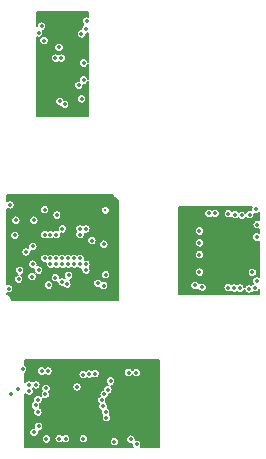
<source format=gbr>
G04 #@! TF.GenerationSoftware,KiCad,Pcbnew,(5.1.6)-1*
G04 #@! TF.CreationDate,2021-01-05T14:36:29-08:00*
G04 #@! TF.ProjectId,Miniscope-v4-Rigid-Flex,4d696e69-7363-46f7-9065-2d76342d5269,rev?*
G04 #@! TF.SameCoordinates,Original*
G04 #@! TF.FileFunction,Copper,L2,Inr*
G04 #@! TF.FilePolarity,Positive*
%FSLAX46Y46*%
G04 Gerber Fmt 4.6, Leading zero omitted, Abs format (unit mm)*
G04 Created by KiCad (PCBNEW (5.1.6)-1) date 2021-01-05 14:36:29*
%MOMM*%
%LPD*%
G01*
G04 APERTURE LIST*
G04 #@! TA.AperFunction,ViaPad*
%ADD10C,0.350000*%
G04 #@! TD*
G04 #@! TA.AperFunction,ViaPad*
%ADD11C,0.300000*%
G04 #@! TD*
G04 #@! TA.AperFunction,Conductor*
%ADD12C,0.152400*%
G04 #@! TD*
G04 APERTURE END LIST*
D10*
X102967800Y-98080200D03*
X102459800Y-100213800D03*
X101824800Y-97191200D03*
X101901000Y-99588200D03*
X104441000Y-98072204D03*
X105380800Y-101225400D03*
X108153200Y-125282200D03*
X109423200Y-124571000D03*
X110042800Y-127500000D03*
X109792800Y-128500000D03*
X101833200Y-129476000D03*
X103805272Y-126232072D03*
X104991600Y-128180600D03*
X115450200Y-115976100D03*
X106854008Y-110111800D03*
X110515400Y-124494800D03*
X117238200Y-110373800D03*
X107268800Y-124573800D03*
X107010200Y-129295400D03*
X101734400Y-114680800D03*
X102234400Y-115180800D03*
X103727105Y-115714263D03*
X101172800Y-127850400D03*
X108153200Y-126171200D03*
X102425200Y-128206000D03*
X106234400Y-115180800D03*
X103729800Y-110162600D03*
X105990400Y-126740800D03*
X103803210Y-116715800D03*
X106041200Y-125597800D03*
X117862700Y-113338600D03*
X116963200Y-116749200D03*
X104736800Y-126948400D03*
X102409000Y-124691400D03*
X99774000Y-111621200D03*
X101729600Y-115758600D03*
X104734400Y-111680800D03*
X101734400Y-114180800D03*
X106234400Y-112180800D03*
X100000000Y-125215199D03*
X118588800Y-112378800D03*
D11*
X104234400Y-111680800D03*
D10*
X115109000Y-110653200D03*
X101323400Y-110300400D03*
X105584175Y-96353175D03*
X105330000Y-94355802D03*
X116154800Y-110378800D03*
X110000000Y-123859988D03*
X115349800Y-112877800D03*
X115349800Y-113877800D03*
X101346000Y-128914400D03*
X100123002Y-115199800D03*
X104017600Y-129450600D03*
X104978200Y-125064400D03*
X107253800Y-112992800D03*
X106512389Y-123949248D03*
X108149400Y-129707400D03*
X120188996Y-112380400D03*
X105734400Y-115180800D03*
X101734400Y-115180800D03*
X101323400Y-110960800D03*
X105234400Y-111680800D03*
X114956600Y-116469800D03*
X103234400Y-112180800D03*
X118919000Y-110551600D03*
X120189000Y-116106199D03*
X119604804Y-110492800D03*
X102734400Y-112180800D03*
X115349800Y-115361998D03*
X107412800Y-115572800D03*
X102734400Y-114180800D03*
X118769390Y-116698400D03*
X120039390Y-116673000D03*
X102234400Y-114180800D03*
X119833400Y-115377600D03*
X100656400Y-113642400D03*
X105380800Y-100675400D03*
X105533200Y-99091800D03*
X103454800Y-96327600D03*
X107818800Y-124573800D03*
X106234400Y-112680800D03*
X100910400Y-125441000D03*
X102237800Y-110066210D03*
X102234400Y-112180800D03*
X116688200Y-110378800D03*
X101234400Y-114680800D03*
X105734400Y-111680800D03*
X120112800Y-110035600D03*
X99716600Y-112245400D03*
X107235000Y-116487200D03*
D11*
X107387400Y-110111800D03*
D10*
X115349800Y-111867190D03*
X100377000Y-123548400D03*
X99799400Y-110960800D03*
X99183200Y-116741200D03*
X109343200Y-123853200D03*
X99386400Y-125699400D03*
X118360200Y-110475400D03*
X105533200Y-97644000D03*
X105126810Y-99545400D03*
X101977200Y-94533606D03*
X103653600Y-97240200D03*
X102180400Y-95752780D03*
X101723200Y-95092398D03*
X105787200Y-94101800D03*
X101175400Y-115736000D03*
X103734400Y-114680800D03*
X105734400Y-114680800D03*
X103734400Y-111680800D03*
X102358198Y-125199400D03*
X102586800Y-116444400D03*
X103234400Y-114680800D03*
X103145598Y-115826800D03*
X102307400Y-125707400D03*
X103272600Y-110518200D03*
X99310200Y-109654600D03*
X101234400Y-113180800D03*
X105234400Y-112180800D03*
X109542800Y-129500000D03*
X110029000Y-129941200D03*
X103475400Y-129450600D03*
X102383200Y-129476000D03*
X105516200Y-129450600D03*
X101722800Y-128409200D03*
X119533132Y-116770068D03*
X120239800Y-111339000D03*
X102734400Y-114680800D03*
X103153600Y-97240200D03*
X117801400Y-110399200D03*
X102536000Y-123726200D03*
X103234400Y-114180800D03*
X101977200Y-123728999D03*
X103734400Y-114180800D03*
X100046800Y-115953800D03*
X106015800Y-123972200D03*
X104234400Y-114680800D03*
X105507800Y-124023000D03*
X104263192Y-115631600D03*
X107598768Y-125301168D03*
X104234400Y-114180800D03*
X106727000Y-116309400D03*
X107285800Y-125699400D03*
X104734400Y-114680800D03*
X103704402Y-116190400D03*
X101678614Y-126152184D03*
X104734400Y-114180800D03*
X107071800Y-126198400D03*
X105234400Y-114198410D03*
X107412800Y-127198000D03*
X104127250Y-116365400D03*
X107184200Y-126698000D03*
X107477028Y-127667172D03*
X105234400Y-114680800D03*
X101671800Y-127212600D03*
X118284000Y-116698400D03*
X115566200Y-116631600D03*
X117776000Y-116673004D03*
X101469198Y-126639200D03*
X103526600Y-100899600D03*
X100910400Y-124891000D03*
X105350967Y-95176325D03*
X103933000Y-101153600D03*
X101494600Y-124891000D03*
X105750000Y-94750000D03*
D12*
G36*
X105923800Y-93721528D02*
G01*
X105904926Y-93713710D01*
X105826951Y-93698200D01*
X105747449Y-93698200D01*
X105669474Y-93713710D01*
X105596024Y-93744134D01*
X105529920Y-93788303D01*
X105473703Y-93844520D01*
X105429534Y-93910624D01*
X105399110Y-93984074D01*
X105383600Y-94062049D01*
X105383600Y-94141551D01*
X105399110Y-94219526D01*
X105429534Y-94292976D01*
X105473703Y-94359080D01*
X105527732Y-94413109D01*
X105492720Y-94436503D01*
X105436503Y-94492720D01*
X105392334Y-94558824D01*
X105361910Y-94632274D01*
X105346400Y-94710249D01*
X105346400Y-94772725D01*
X105311216Y-94772725D01*
X105233241Y-94788235D01*
X105159791Y-94818659D01*
X105093687Y-94862828D01*
X105037470Y-94919045D01*
X104993301Y-94985149D01*
X104962877Y-95058599D01*
X104947367Y-95136574D01*
X104947367Y-95216076D01*
X104962877Y-95294051D01*
X104993301Y-95367501D01*
X105037470Y-95433605D01*
X105093687Y-95489822D01*
X105159791Y-95533991D01*
X105233241Y-95564415D01*
X105311216Y-95579925D01*
X105390718Y-95579925D01*
X105468693Y-95564415D01*
X105542143Y-95533991D01*
X105608247Y-95489822D01*
X105664464Y-95433605D01*
X105708633Y-95367501D01*
X105739057Y-95294051D01*
X105754567Y-95216076D01*
X105754567Y-95153600D01*
X105789751Y-95153600D01*
X105867726Y-95138090D01*
X105923800Y-95114863D01*
X105923800Y-97538893D01*
X105921290Y-97526274D01*
X105890866Y-97452824D01*
X105846697Y-97386720D01*
X105790480Y-97330503D01*
X105724376Y-97286334D01*
X105650926Y-97255910D01*
X105572951Y-97240400D01*
X105493449Y-97240400D01*
X105415474Y-97255910D01*
X105342024Y-97286334D01*
X105275920Y-97330503D01*
X105219703Y-97386720D01*
X105175534Y-97452824D01*
X105145110Y-97526274D01*
X105129600Y-97604249D01*
X105129600Y-97683751D01*
X105145110Y-97761726D01*
X105175534Y-97835176D01*
X105219703Y-97901280D01*
X105275920Y-97957497D01*
X105342024Y-98001666D01*
X105415474Y-98032090D01*
X105493449Y-98047600D01*
X105572951Y-98047600D01*
X105650926Y-98032090D01*
X105724376Y-98001666D01*
X105790480Y-97957497D01*
X105846697Y-97901280D01*
X105890866Y-97835176D01*
X105921290Y-97761726D01*
X105923800Y-97749107D01*
X105923800Y-98986693D01*
X105921290Y-98974074D01*
X105890866Y-98900624D01*
X105846697Y-98834520D01*
X105790480Y-98778303D01*
X105724376Y-98734134D01*
X105650926Y-98703710D01*
X105572951Y-98688200D01*
X105493449Y-98688200D01*
X105415474Y-98703710D01*
X105342024Y-98734134D01*
X105275920Y-98778303D01*
X105219703Y-98834520D01*
X105175534Y-98900624D01*
X105145110Y-98974074D01*
X105129600Y-99052049D01*
X105129600Y-99131551D01*
X105131639Y-99141800D01*
X105087059Y-99141800D01*
X105009084Y-99157310D01*
X104935634Y-99187734D01*
X104869530Y-99231903D01*
X104813313Y-99288120D01*
X104769144Y-99354224D01*
X104738720Y-99427674D01*
X104723210Y-99505649D01*
X104723210Y-99585151D01*
X104738720Y-99663126D01*
X104769144Y-99736576D01*
X104813313Y-99802680D01*
X104869530Y-99858897D01*
X104935634Y-99903066D01*
X105009084Y-99933490D01*
X105087059Y-99949000D01*
X105166561Y-99949000D01*
X105244536Y-99933490D01*
X105317986Y-99903066D01*
X105384090Y-99858897D01*
X105440307Y-99802680D01*
X105484476Y-99736576D01*
X105514900Y-99663126D01*
X105530410Y-99585151D01*
X105530410Y-99505649D01*
X105528371Y-99495400D01*
X105572951Y-99495400D01*
X105650926Y-99479890D01*
X105724376Y-99449466D01*
X105790480Y-99405297D01*
X105846697Y-99349080D01*
X105890866Y-99282976D01*
X105921290Y-99209526D01*
X105923800Y-99196907D01*
X105923800Y-102173800D01*
X101576200Y-102173800D01*
X101576200Y-100859849D01*
X103123000Y-100859849D01*
X103123000Y-100939351D01*
X103138510Y-101017326D01*
X103168934Y-101090776D01*
X103213103Y-101156880D01*
X103269320Y-101213097D01*
X103335424Y-101257266D01*
X103408874Y-101287690D01*
X103486849Y-101303200D01*
X103558113Y-101303200D01*
X103575334Y-101344776D01*
X103619503Y-101410880D01*
X103675720Y-101467097D01*
X103741824Y-101511266D01*
X103815274Y-101541690D01*
X103893249Y-101557200D01*
X103972751Y-101557200D01*
X104050726Y-101541690D01*
X104124176Y-101511266D01*
X104190280Y-101467097D01*
X104246497Y-101410880D01*
X104290666Y-101344776D01*
X104321090Y-101271326D01*
X104336600Y-101193351D01*
X104336600Y-101113849D01*
X104321090Y-101035874D01*
X104290666Y-100962424D01*
X104246497Y-100896320D01*
X104190280Y-100840103D01*
X104124176Y-100795934D01*
X104050726Y-100765510D01*
X103972751Y-100750000D01*
X103901487Y-100750000D01*
X103884266Y-100708424D01*
X103840097Y-100642320D01*
X103833426Y-100635649D01*
X104977200Y-100635649D01*
X104977200Y-100715151D01*
X104992710Y-100793126D01*
X105023134Y-100866576D01*
X105067303Y-100932680D01*
X105123520Y-100988897D01*
X105189624Y-101033066D01*
X105263074Y-101063490D01*
X105341049Y-101079000D01*
X105420551Y-101079000D01*
X105498526Y-101063490D01*
X105571976Y-101033066D01*
X105638080Y-100988897D01*
X105694297Y-100932680D01*
X105738466Y-100866576D01*
X105768890Y-100793126D01*
X105784400Y-100715151D01*
X105784400Y-100635649D01*
X105768890Y-100557674D01*
X105738466Y-100484224D01*
X105694297Y-100418120D01*
X105638080Y-100361903D01*
X105571976Y-100317734D01*
X105498526Y-100287310D01*
X105420551Y-100271800D01*
X105341049Y-100271800D01*
X105263074Y-100287310D01*
X105189624Y-100317734D01*
X105123520Y-100361903D01*
X105067303Y-100418120D01*
X105023134Y-100484224D01*
X104992710Y-100557674D01*
X104977200Y-100635649D01*
X103833426Y-100635649D01*
X103783880Y-100586103D01*
X103717776Y-100541934D01*
X103644326Y-100511510D01*
X103566351Y-100496000D01*
X103486849Y-100496000D01*
X103408874Y-100511510D01*
X103335424Y-100541934D01*
X103269320Y-100586103D01*
X103213103Y-100642320D01*
X103168934Y-100708424D01*
X103138510Y-100781874D01*
X103123000Y-100859849D01*
X101576200Y-100859849D01*
X101576200Y-97200449D01*
X102750000Y-97200449D01*
X102750000Y-97279951D01*
X102765510Y-97357926D01*
X102795934Y-97431376D01*
X102840103Y-97497480D01*
X102896320Y-97553697D01*
X102962424Y-97597866D01*
X103035874Y-97628290D01*
X103113849Y-97643800D01*
X103193351Y-97643800D01*
X103271326Y-97628290D01*
X103344776Y-97597866D01*
X103403600Y-97558561D01*
X103462424Y-97597866D01*
X103535874Y-97628290D01*
X103613849Y-97643800D01*
X103693351Y-97643800D01*
X103771326Y-97628290D01*
X103844776Y-97597866D01*
X103910880Y-97553697D01*
X103967097Y-97497480D01*
X104011266Y-97431376D01*
X104041690Y-97357926D01*
X104057200Y-97279951D01*
X104057200Y-97200449D01*
X104041690Y-97122474D01*
X104011266Y-97049024D01*
X103967097Y-96982920D01*
X103910880Y-96926703D01*
X103844776Y-96882534D01*
X103771326Y-96852110D01*
X103693351Y-96836600D01*
X103613849Y-96836600D01*
X103535874Y-96852110D01*
X103462424Y-96882534D01*
X103403600Y-96921839D01*
X103344776Y-96882534D01*
X103271326Y-96852110D01*
X103193351Y-96836600D01*
X103113849Y-96836600D01*
X103035874Y-96852110D01*
X102962424Y-96882534D01*
X102896320Y-96926703D01*
X102840103Y-96982920D01*
X102795934Y-97049024D01*
X102765510Y-97122474D01*
X102750000Y-97200449D01*
X101576200Y-97200449D01*
X101576200Y-96287849D01*
X103051200Y-96287849D01*
X103051200Y-96367351D01*
X103066710Y-96445326D01*
X103097134Y-96518776D01*
X103141303Y-96584880D01*
X103197520Y-96641097D01*
X103263624Y-96685266D01*
X103337074Y-96715690D01*
X103415049Y-96731200D01*
X103494551Y-96731200D01*
X103572526Y-96715690D01*
X103645976Y-96685266D01*
X103712080Y-96641097D01*
X103768297Y-96584880D01*
X103812466Y-96518776D01*
X103842890Y-96445326D01*
X103858400Y-96367351D01*
X103858400Y-96287849D01*
X103842890Y-96209874D01*
X103812466Y-96136424D01*
X103768297Y-96070320D01*
X103712080Y-96014103D01*
X103645976Y-95969934D01*
X103572526Y-95939510D01*
X103494551Y-95924000D01*
X103415049Y-95924000D01*
X103337074Y-95939510D01*
X103263624Y-95969934D01*
X103197520Y-96014103D01*
X103141303Y-96070320D01*
X103097134Y-96136424D01*
X103066710Y-96209874D01*
X103051200Y-96287849D01*
X101576200Y-96287849D01*
X101576200Y-95468362D01*
X101605474Y-95480488D01*
X101683449Y-95495998D01*
X101762951Y-95495998D01*
X101840926Y-95480488D01*
X101910899Y-95451504D01*
X101866903Y-95495500D01*
X101822734Y-95561604D01*
X101792310Y-95635054D01*
X101776800Y-95713029D01*
X101776800Y-95792531D01*
X101792310Y-95870506D01*
X101822734Y-95943956D01*
X101866903Y-96010060D01*
X101923120Y-96066277D01*
X101989224Y-96110446D01*
X102062674Y-96140870D01*
X102140649Y-96156380D01*
X102220151Y-96156380D01*
X102298126Y-96140870D01*
X102371576Y-96110446D01*
X102437680Y-96066277D01*
X102493897Y-96010060D01*
X102538066Y-95943956D01*
X102568490Y-95870506D01*
X102584000Y-95792531D01*
X102584000Y-95713029D01*
X102568490Y-95635054D01*
X102538066Y-95561604D01*
X102493897Y-95495500D01*
X102437680Y-95439283D01*
X102371576Y-95395114D01*
X102298126Y-95364690D01*
X102220151Y-95349180D01*
X102140649Y-95349180D01*
X102062674Y-95364690D01*
X101992701Y-95393674D01*
X102036697Y-95349678D01*
X102080866Y-95283574D01*
X102111290Y-95210124D01*
X102126800Y-95132149D01*
X102126800Y-95052647D01*
X102111290Y-94974672D01*
X102089771Y-94922721D01*
X102094926Y-94921696D01*
X102168376Y-94891272D01*
X102234480Y-94847103D01*
X102290697Y-94790886D01*
X102334866Y-94724782D01*
X102365290Y-94651332D01*
X102380800Y-94573357D01*
X102380800Y-94493855D01*
X102365290Y-94415880D01*
X102334866Y-94342430D01*
X102290697Y-94276326D01*
X102234480Y-94220109D01*
X102168376Y-94175940D01*
X102094926Y-94145516D01*
X102016951Y-94130006D01*
X101937449Y-94130006D01*
X101859474Y-94145516D01*
X101786024Y-94175940D01*
X101719920Y-94220109D01*
X101663703Y-94276326D01*
X101619534Y-94342430D01*
X101589110Y-94415880D01*
X101576200Y-94480784D01*
X101576200Y-93326200D01*
X105923800Y-93326200D01*
X105923800Y-93721528D01*
G37*
X105923800Y-93721528D02*
X105904926Y-93713710D01*
X105826951Y-93698200D01*
X105747449Y-93698200D01*
X105669474Y-93713710D01*
X105596024Y-93744134D01*
X105529920Y-93788303D01*
X105473703Y-93844520D01*
X105429534Y-93910624D01*
X105399110Y-93984074D01*
X105383600Y-94062049D01*
X105383600Y-94141551D01*
X105399110Y-94219526D01*
X105429534Y-94292976D01*
X105473703Y-94359080D01*
X105527732Y-94413109D01*
X105492720Y-94436503D01*
X105436503Y-94492720D01*
X105392334Y-94558824D01*
X105361910Y-94632274D01*
X105346400Y-94710249D01*
X105346400Y-94772725D01*
X105311216Y-94772725D01*
X105233241Y-94788235D01*
X105159791Y-94818659D01*
X105093687Y-94862828D01*
X105037470Y-94919045D01*
X104993301Y-94985149D01*
X104962877Y-95058599D01*
X104947367Y-95136574D01*
X104947367Y-95216076D01*
X104962877Y-95294051D01*
X104993301Y-95367501D01*
X105037470Y-95433605D01*
X105093687Y-95489822D01*
X105159791Y-95533991D01*
X105233241Y-95564415D01*
X105311216Y-95579925D01*
X105390718Y-95579925D01*
X105468693Y-95564415D01*
X105542143Y-95533991D01*
X105608247Y-95489822D01*
X105664464Y-95433605D01*
X105708633Y-95367501D01*
X105739057Y-95294051D01*
X105754567Y-95216076D01*
X105754567Y-95153600D01*
X105789751Y-95153600D01*
X105867726Y-95138090D01*
X105923800Y-95114863D01*
X105923800Y-97538893D01*
X105921290Y-97526274D01*
X105890866Y-97452824D01*
X105846697Y-97386720D01*
X105790480Y-97330503D01*
X105724376Y-97286334D01*
X105650926Y-97255910D01*
X105572951Y-97240400D01*
X105493449Y-97240400D01*
X105415474Y-97255910D01*
X105342024Y-97286334D01*
X105275920Y-97330503D01*
X105219703Y-97386720D01*
X105175534Y-97452824D01*
X105145110Y-97526274D01*
X105129600Y-97604249D01*
X105129600Y-97683751D01*
X105145110Y-97761726D01*
X105175534Y-97835176D01*
X105219703Y-97901280D01*
X105275920Y-97957497D01*
X105342024Y-98001666D01*
X105415474Y-98032090D01*
X105493449Y-98047600D01*
X105572951Y-98047600D01*
X105650926Y-98032090D01*
X105724376Y-98001666D01*
X105790480Y-97957497D01*
X105846697Y-97901280D01*
X105890866Y-97835176D01*
X105921290Y-97761726D01*
X105923800Y-97749107D01*
X105923800Y-98986693D01*
X105921290Y-98974074D01*
X105890866Y-98900624D01*
X105846697Y-98834520D01*
X105790480Y-98778303D01*
X105724376Y-98734134D01*
X105650926Y-98703710D01*
X105572951Y-98688200D01*
X105493449Y-98688200D01*
X105415474Y-98703710D01*
X105342024Y-98734134D01*
X105275920Y-98778303D01*
X105219703Y-98834520D01*
X105175534Y-98900624D01*
X105145110Y-98974074D01*
X105129600Y-99052049D01*
X105129600Y-99131551D01*
X105131639Y-99141800D01*
X105087059Y-99141800D01*
X105009084Y-99157310D01*
X104935634Y-99187734D01*
X104869530Y-99231903D01*
X104813313Y-99288120D01*
X104769144Y-99354224D01*
X104738720Y-99427674D01*
X104723210Y-99505649D01*
X104723210Y-99585151D01*
X104738720Y-99663126D01*
X104769144Y-99736576D01*
X104813313Y-99802680D01*
X104869530Y-99858897D01*
X104935634Y-99903066D01*
X105009084Y-99933490D01*
X105087059Y-99949000D01*
X105166561Y-99949000D01*
X105244536Y-99933490D01*
X105317986Y-99903066D01*
X105384090Y-99858897D01*
X105440307Y-99802680D01*
X105484476Y-99736576D01*
X105514900Y-99663126D01*
X105530410Y-99585151D01*
X105530410Y-99505649D01*
X105528371Y-99495400D01*
X105572951Y-99495400D01*
X105650926Y-99479890D01*
X105724376Y-99449466D01*
X105790480Y-99405297D01*
X105846697Y-99349080D01*
X105890866Y-99282976D01*
X105921290Y-99209526D01*
X105923800Y-99196907D01*
X105923800Y-102173800D01*
X101576200Y-102173800D01*
X101576200Y-100859849D01*
X103123000Y-100859849D01*
X103123000Y-100939351D01*
X103138510Y-101017326D01*
X103168934Y-101090776D01*
X103213103Y-101156880D01*
X103269320Y-101213097D01*
X103335424Y-101257266D01*
X103408874Y-101287690D01*
X103486849Y-101303200D01*
X103558113Y-101303200D01*
X103575334Y-101344776D01*
X103619503Y-101410880D01*
X103675720Y-101467097D01*
X103741824Y-101511266D01*
X103815274Y-101541690D01*
X103893249Y-101557200D01*
X103972751Y-101557200D01*
X104050726Y-101541690D01*
X104124176Y-101511266D01*
X104190280Y-101467097D01*
X104246497Y-101410880D01*
X104290666Y-101344776D01*
X104321090Y-101271326D01*
X104336600Y-101193351D01*
X104336600Y-101113849D01*
X104321090Y-101035874D01*
X104290666Y-100962424D01*
X104246497Y-100896320D01*
X104190280Y-100840103D01*
X104124176Y-100795934D01*
X104050726Y-100765510D01*
X103972751Y-100750000D01*
X103901487Y-100750000D01*
X103884266Y-100708424D01*
X103840097Y-100642320D01*
X103833426Y-100635649D01*
X104977200Y-100635649D01*
X104977200Y-100715151D01*
X104992710Y-100793126D01*
X105023134Y-100866576D01*
X105067303Y-100932680D01*
X105123520Y-100988897D01*
X105189624Y-101033066D01*
X105263074Y-101063490D01*
X105341049Y-101079000D01*
X105420551Y-101079000D01*
X105498526Y-101063490D01*
X105571976Y-101033066D01*
X105638080Y-100988897D01*
X105694297Y-100932680D01*
X105738466Y-100866576D01*
X105768890Y-100793126D01*
X105784400Y-100715151D01*
X105784400Y-100635649D01*
X105768890Y-100557674D01*
X105738466Y-100484224D01*
X105694297Y-100418120D01*
X105638080Y-100361903D01*
X105571976Y-100317734D01*
X105498526Y-100287310D01*
X105420551Y-100271800D01*
X105341049Y-100271800D01*
X105263074Y-100287310D01*
X105189624Y-100317734D01*
X105123520Y-100361903D01*
X105067303Y-100418120D01*
X105023134Y-100484224D01*
X104992710Y-100557674D01*
X104977200Y-100635649D01*
X103833426Y-100635649D01*
X103783880Y-100586103D01*
X103717776Y-100541934D01*
X103644326Y-100511510D01*
X103566351Y-100496000D01*
X103486849Y-100496000D01*
X103408874Y-100511510D01*
X103335424Y-100541934D01*
X103269320Y-100586103D01*
X103213103Y-100642320D01*
X103168934Y-100708424D01*
X103138510Y-100781874D01*
X103123000Y-100859849D01*
X101576200Y-100859849D01*
X101576200Y-97200449D01*
X102750000Y-97200449D01*
X102750000Y-97279951D01*
X102765510Y-97357926D01*
X102795934Y-97431376D01*
X102840103Y-97497480D01*
X102896320Y-97553697D01*
X102962424Y-97597866D01*
X103035874Y-97628290D01*
X103113849Y-97643800D01*
X103193351Y-97643800D01*
X103271326Y-97628290D01*
X103344776Y-97597866D01*
X103403600Y-97558561D01*
X103462424Y-97597866D01*
X103535874Y-97628290D01*
X103613849Y-97643800D01*
X103693351Y-97643800D01*
X103771326Y-97628290D01*
X103844776Y-97597866D01*
X103910880Y-97553697D01*
X103967097Y-97497480D01*
X104011266Y-97431376D01*
X104041690Y-97357926D01*
X104057200Y-97279951D01*
X104057200Y-97200449D01*
X104041690Y-97122474D01*
X104011266Y-97049024D01*
X103967097Y-96982920D01*
X103910880Y-96926703D01*
X103844776Y-96882534D01*
X103771326Y-96852110D01*
X103693351Y-96836600D01*
X103613849Y-96836600D01*
X103535874Y-96852110D01*
X103462424Y-96882534D01*
X103403600Y-96921839D01*
X103344776Y-96882534D01*
X103271326Y-96852110D01*
X103193351Y-96836600D01*
X103113849Y-96836600D01*
X103035874Y-96852110D01*
X102962424Y-96882534D01*
X102896320Y-96926703D01*
X102840103Y-96982920D01*
X102795934Y-97049024D01*
X102765510Y-97122474D01*
X102750000Y-97200449D01*
X101576200Y-97200449D01*
X101576200Y-96287849D01*
X103051200Y-96287849D01*
X103051200Y-96367351D01*
X103066710Y-96445326D01*
X103097134Y-96518776D01*
X103141303Y-96584880D01*
X103197520Y-96641097D01*
X103263624Y-96685266D01*
X103337074Y-96715690D01*
X103415049Y-96731200D01*
X103494551Y-96731200D01*
X103572526Y-96715690D01*
X103645976Y-96685266D01*
X103712080Y-96641097D01*
X103768297Y-96584880D01*
X103812466Y-96518776D01*
X103842890Y-96445326D01*
X103858400Y-96367351D01*
X103858400Y-96287849D01*
X103842890Y-96209874D01*
X103812466Y-96136424D01*
X103768297Y-96070320D01*
X103712080Y-96014103D01*
X103645976Y-95969934D01*
X103572526Y-95939510D01*
X103494551Y-95924000D01*
X103415049Y-95924000D01*
X103337074Y-95939510D01*
X103263624Y-95969934D01*
X103197520Y-96014103D01*
X103141303Y-96070320D01*
X103097134Y-96136424D01*
X103066710Y-96209874D01*
X103051200Y-96287849D01*
X101576200Y-96287849D01*
X101576200Y-95468362D01*
X101605474Y-95480488D01*
X101683449Y-95495998D01*
X101762951Y-95495998D01*
X101840926Y-95480488D01*
X101910899Y-95451504D01*
X101866903Y-95495500D01*
X101822734Y-95561604D01*
X101792310Y-95635054D01*
X101776800Y-95713029D01*
X101776800Y-95792531D01*
X101792310Y-95870506D01*
X101822734Y-95943956D01*
X101866903Y-96010060D01*
X101923120Y-96066277D01*
X101989224Y-96110446D01*
X102062674Y-96140870D01*
X102140649Y-96156380D01*
X102220151Y-96156380D01*
X102298126Y-96140870D01*
X102371576Y-96110446D01*
X102437680Y-96066277D01*
X102493897Y-96010060D01*
X102538066Y-95943956D01*
X102568490Y-95870506D01*
X102584000Y-95792531D01*
X102584000Y-95713029D01*
X102568490Y-95635054D01*
X102538066Y-95561604D01*
X102493897Y-95495500D01*
X102437680Y-95439283D01*
X102371576Y-95395114D01*
X102298126Y-95364690D01*
X102220151Y-95349180D01*
X102140649Y-95349180D01*
X102062674Y-95364690D01*
X101992701Y-95393674D01*
X102036697Y-95349678D01*
X102080866Y-95283574D01*
X102111290Y-95210124D01*
X102126800Y-95132149D01*
X102126800Y-95052647D01*
X102111290Y-94974672D01*
X102089771Y-94922721D01*
X102094926Y-94921696D01*
X102168376Y-94891272D01*
X102234480Y-94847103D01*
X102290697Y-94790886D01*
X102334866Y-94724782D01*
X102365290Y-94651332D01*
X102380800Y-94573357D01*
X102380800Y-94493855D01*
X102365290Y-94415880D01*
X102334866Y-94342430D01*
X102290697Y-94276326D01*
X102234480Y-94220109D01*
X102168376Y-94175940D01*
X102094926Y-94145516D01*
X102016951Y-94130006D01*
X101937449Y-94130006D01*
X101859474Y-94145516D01*
X101786024Y-94175940D01*
X101719920Y-94220109D01*
X101663703Y-94276326D01*
X101619534Y-94342430D01*
X101589110Y-94415880D01*
X101576200Y-94480784D01*
X101576200Y-93326200D01*
X105923800Y-93326200D01*
X105923800Y-93721528D01*
G36*
X119755134Y-109844424D02*
G01*
X119724710Y-109917874D01*
X119709200Y-109995849D01*
X119709200Y-110075351D01*
X119714731Y-110103159D01*
X119644555Y-110089200D01*
X119565053Y-110089200D01*
X119487078Y-110104710D01*
X119413628Y-110135134D01*
X119347524Y-110179303D01*
X119291307Y-110235520D01*
X119247138Y-110301624D01*
X119243403Y-110310642D01*
X119232497Y-110294320D01*
X119176280Y-110238103D01*
X119110176Y-110193934D01*
X119036726Y-110163510D01*
X118958751Y-110148000D01*
X118879249Y-110148000D01*
X118801274Y-110163510D01*
X118727824Y-110193934D01*
X118679231Y-110226402D01*
X118673697Y-110218120D01*
X118617480Y-110161903D01*
X118551376Y-110117734D01*
X118477926Y-110087310D01*
X118399951Y-110071800D01*
X118320449Y-110071800D01*
X118242474Y-110087310D01*
X118169024Y-110117734D01*
X118120431Y-110150202D01*
X118114897Y-110141920D01*
X118058680Y-110085703D01*
X117992576Y-110041534D01*
X117919126Y-110011110D01*
X117841151Y-109995600D01*
X117761649Y-109995600D01*
X117683674Y-110011110D01*
X117610224Y-110041534D01*
X117544120Y-110085703D01*
X117487903Y-110141920D01*
X117443734Y-110208024D01*
X117413310Y-110281474D01*
X117397800Y-110359449D01*
X117397800Y-110438951D01*
X117413310Y-110516926D01*
X117443734Y-110590376D01*
X117487903Y-110656480D01*
X117544120Y-110712697D01*
X117610224Y-110756866D01*
X117683674Y-110787290D01*
X117761649Y-110802800D01*
X117841151Y-110802800D01*
X117919126Y-110787290D01*
X117992576Y-110756866D01*
X118041169Y-110724398D01*
X118046703Y-110732680D01*
X118102920Y-110788897D01*
X118169024Y-110833066D01*
X118242474Y-110863490D01*
X118320449Y-110879000D01*
X118399951Y-110879000D01*
X118477926Y-110863490D01*
X118551376Y-110833066D01*
X118599969Y-110800598D01*
X118605503Y-110808880D01*
X118661720Y-110865097D01*
X118727824Y-110909266D01*
X118801274Y-110939690D01*
X118879249Y-110955200D01*
X118958751Y-110955200D01*
X119036726Y-110939690D01*
X119110176Y-110909266D01*
X119176280Y-110865097D01*
X119232497Y-110808880D01*
X119276666Y-110742776D01*
X119280401Y-110733758D01*
X119291307Y-110750080D01*
X119347524Y-110806297D01*
X119413628Y-110850466D01*
X119487078Y-110880890D01*
X119565053Y-110896400D01*
X119644555Y-110896400D01*
X119722530Y-110880890D01*
X119795980Y-110850466D01*
X119862084Y-110806297D01*
X119918301Y-110750080D01*
X119962470Y-110683976D01*
X119992894Y-110610526D01*
X120008404Y-110532551D01*
X120008404Y-110453049D01*
X120002873Y-110425241D01*
X120073049Y-110439200D01*
X120152551Y-110439200D01*
X120230526Y-110423690D01*
X120303976Y-110393266D01*
X120370080Y-110349097D01*
X120423800Y-110295377D01*
X120423800Y-110978362D01*
X120357526Y-110950910D01*
X120279551Y-110935400D01*
X120200049Y-110935400D01*
X120122074Y-110950910D01*
X120048624Y-110981334D01*
X119982520Y-111025503D01*
X119926303Y-111081720D01*
X119882134Y-111147824D01*
X119851710Y-111221274D01*
X119836200Y-111299249D01*
X119836200Y-111378751D01*
X119851710Y-111456726D01*
X119882134Y-111530176D01*
X119926303Y-111596280D01*
X119982520Y-111652497D01*
X120048624Y-111696666D01*
X120122074Y-111727090D01*
X120200049Y-111742600D01*
X120279551Y-111742600D01*
X120357526Y-111727090D01*
X120423800Y-111699638D01*
X120423800Y-112051885D01*
X120380172Y-112022734D01*
X120306722Y-111992310D01*
X120228747Y-111976800D01*
X120149245Y-111976800D01*
X120071270Y-111992310D01*
X119997820Y-112022734D01*
X119931716Y-112066903D01*
X119875499Y-112123120D01*
X119831330Y-112189224D01*
X119800906Y-112262674D01*
X119785396Y-112340649D01*
X119785396Y-112420151D01*
X119800906Y-112498126D01*
X119831330Y-112571576D01*
X119875499Y-112637680D01*
X119931716Y-112693897D01*
X119997820Y-112738066D01*
X120071270Y-112768490D01*
X120149245Y-112784000D01*
X120228747Y-112784000D01*
X120306722Y-112768490D01*
X120380172Y-112738066D01*
X120423800Y-112708915D01*
X120423800Y-115777681D01*
X120380176Y-115748533D01*
X120306726Y-115718109D01*
X120228751Y-115702599D01*
X120149249Y-115702599D01*
X120071274Y-115718109D01*
X119997824Y-115748533D01*
X119931720Y-115792702D01*
X119875503Y-115848919D01*
X119831334Y-115915023D01*
X119800910Y-115988473D01*
X119785400Y-116066448D01*
X119785400Y-116145950D01*
X119800910Y-116223925D01*
X119831334Y-116297375D01*
X119844840Y-116317588D01*
X119782110Y-116359503D01*
X119727247Y-116414366D01*
X119724308Y-116412402D01*
X119650858Y-116381978D01*
X119572883Y-116366468D01*
X119493381Y-116366468D01*
X119415406Y-116381978D01*
X119341956Y-116412402D01*
X119275852Y-116456571D01*
X119219635Y-116512788D01*
X119175466Y-116578892D01*
X119163076Y-116608805D01*
X119157480Y-116580674D01*
X119127056Y-116507224D01*
X119082887Y-116441120D01*
X119026670Y-116384903D01*
X118960566Y-116340734D01*
X118887116Y-116310310D01*
X118809141Y-116294800D01*
X118729639Y-116294800D01*
X118651664Y-116310310D01*
X118578214Y-116340734D01*
X118526695Y-116375158D01*
X118475176Y-116340734D01*
X118401726Y-116310310D01*
X118323751Y-116294800D01*
X118244249Y-116294800D01*
X118166274Y-116310310D01*
X118092824Y-116340734D01*
X118045876Y-116372103D01*
X118033280Y-116359507D01*
X117967176Y-116315338D01*
X117893726Y-116284914D01*
X117815751Y-116269404D01*
X117736249Y-116269404D01*
X117658274Y-116284914D01*
X117584824Y-116315338D01*
X117518720Y-116359507D01*
X117462503Y-116415724D01*
X117418334Y-116481828D01*
X117387910Y-116555278D01*
X117372400Y-116633253D01*
X117372400Y-116712755D01*
X117387910Y-116790730D01*
X117418334Y-116864180D01*
X117462503Y-116930284D01*
X117518720Y-116986501D01*
X117584824Y-117030670D01*
X117658274Y-117061094D01*
X117736249Y-117076604D01*
X117815751Y-117076604D01*
X117893726Y-117061094D01*
X117967176Y-117030670D01*
X118014124Y-116999301D01*
X118026720Y-117011897D01*
X118092824Y-117056066D01*
X118166274Y-117086490D01*
X118244249Y-117102000D01*
X118323751Y-117102000D01*
X118401726Y-117086490D01*
X118475176Y-117056066D01*
X118526695Y-117021642D01*
X118578214Y-117056066D01*
X118651664Y-117086490D01*
X118729639Y-117102000D01*
X118809141Y-117102000D01*
X118887116Y-117086490D01*
X118960566Y-117056066D01*
X119026670Y-117011897D01*
X119082887Y-116955680D01*
X119127056Y-116889576D01*
X119139446Y-116859663D01*
X119145042Y-116887794D01*
X119175466Y-116961244D01*
X119219635Y-117027348D01*
X119275852Y-117083565D01*
X119341956Y-117127734D01*
X119415406Y-117158158D01*
X119493381Y-117173668D01*
X119572883Y-117173668D01*
X119650858Y-117158158D01*
X119724308Y-117127734D01*
X119790412Y-117083565D01*
X119845275Y-117028702D01*
X119848214Y-117030666D01*
X119921664Y-117061090D01*
X119999639Y-117076600D01*
X120079141Y-117076600D01*
X120157116Y-117061090D01*
X120230566Y-117030666D01*
X120296670Y-116986497D01*
X120352887Y-116930280D01*
X120397056Y-116864176D01*
X120423800Y-116799610D01*
X120423800Y-117173800D01*
X113576200Y-117173800D01*
X113576200Y-116430049D01*
X114553000Y-116430049D01*
X114553000Y-116509551D01*
X114568510Y-116587526D01*
X114598934Y-116660976D01*
X114643103Y-116727080D01*
X114699320Y-116783297D01*
X114765424Y-116827466D01*
X114838874Y-116857890D01*
X114916849Y-116873400D01*
X114996351Y-116873400D01*
X115074326Y-116857890D01*
X115147776Y-116827466D01*
X115196885Y-116794653D01*
X115208534Y-116822776D01*
X115252703Y-116888880D01*
X115308920Y-116945097D01*
X115375024Y-116989266D01*
X115448474Y-117019690D01*
X115526449Y-117035200D01*
X115605951Y-117035200D01*
X115683926Y-117019690D01*
X115757376Y-116989266D01*
X115823480Y-116945097D01*
X115879697Y-116888880D01*
X115923866Y-116822776D01*
X115954290Y-116749326D01*
X115969800Y-116671351D01*
X115969800Y-116591849D01*
X115954290Y-116513874D01*
X115923866Y-116440424D01*
X115879697Y-116374320D01*
X115823480Y-116318103D01*
X115757376Y-116273934D01*
X115683926Y-116243510D01*
X115605951Y-116228000D01*
X115526449Y-116228000D01*
X115448474Y-116243510D01*
X115375024Y-116273934D01*
X115325915Y-116306747D01*
X115314266Y-116278624D01*
X115270097Y-116212520D01*
X115213880Y-116156303D01*
X115147776Y-116112134D01*
X115074326Y-116081710D01*
X114996351Y-116066200D01*
X114916849Y-116066200D01*
X114838874Y-116081710D01*
X114765424Y-116112134D01*
X114699320Y-116156303D01*
X114643103Y-116212520D01*
X114598934Y-116278624D01*
X114568510Y-116352074D01*
X114553000Y-116430049D01*
X113576200Y-116430049D01*
X113576200Y-115322247D01*
X114946200Y-115322247D01*
X114946200Y-115401749D01*
X114961710Y-115479724D01*
X114992134Y-115553174D01*
X115036303Y-115619278D01*
X115092520Y-115675495D01*
X115158624Y-115719664D01*
X115232074Y-115750088D01*
X115310049Y-115765598D01*
X115389551Y-115765598D01*
X115467526Y-115750088D01*
X115540976Y-115719664D01*
X115607080Y-115675495D01*
X115663297Y-115619278D01*
X115707466Y-115553174D01*
X115737890Y-115479724D01*
X115753400Y-115401749D01*
X115753400Y-115337849D01*
X119429800Y-115337849D01*
X119429800Y-115417351D01*
X119445310Y-115495326D01*
X119475734Y-115568776D01*
X119519903Y-115634880D01*
X119576120Y-115691097D01*
X119642224Y-115735266D01*
X119715674Y-115765690D01*
X119793649Y-115781200D01*
X119873151Y-115781200D01*
X119951126Y-115765690D01*
X120024576Y-115735266D01*
X120090680Y-115691097D01*
X120146897Y-115634880D01*
X120191066Y-115568776D01*
X120221490Y-115495326D01*
X120237000Y-115417351D01*
X120237000Y-115337849D01*
X120221490Y-115259874D01*
X120191066Y-115186424D01*
X120146897Y-115120320D01*
X120090680Y-115064103D01*
X120024576Y-115019934D01*
X119951126Y-114989510D01*
X119873151Y-114974000D01*
X119793649Y-114974000D01*
X119715674Y-114989510D01*
X119642224Y-115019934D01*
X119576120Y-115064103D01*
X119519903Y-115120320D01*
X119475734Y-115186424D01*
X119445310Y-115259874D01*
X119429800Y-115337849D01*
X115753400Y-115337849D01*
X115753400Y-115322247D01*
X115737890Y-115244272D01*
X115707466Y-115170822D01*
X115663297Y-115104718D01*
X115607080Y-115048501D01*
X115540976Y-115004332D01*
X115467526Y-114973908D01*
X115389551Y-114958398D01*
X115310049Y-114958398D01*
X115232074Y-114973908D01*
X115158624Y-115004332D01*
X115092520Y-115048501D01*
X115036303Y-115104718D01*
X114992134Y-115170822D01*
X114961710Y-115244272D01*
X114946200Y-115322247D01*
X113576200Y-115322247D01*
X113576200Y-113838049D01*
X114946200Y-113838049D01*
X114946200Y-113917551D01*
X114961710Y-113995526D01*
X114992134Y-114068976D01*
X115036303Y-114135080D01*
X115092520Y-114191297D01*
X115158624Y-114235466D01*
X115232074Y-114265890D01*
X115310049Y-114281400D01*
X115389551Y-114281400D01*
X115467526Y-114265890D01*
X115540976Y-114235466D01*
X115607080Y-114191297D01*
X115663297Y-114135080D01*
X115707466Y-114068976D01*
X115737890Y-113995526D01*
X115753400Y-113917551D01*
X115753400Y-113838049D01*
X115737890Y-113760074D01*
X115707466Y-113686624D01*
X115663297Y-113620520D01*
X115607080Y-113564303D01*
X115540976Y-113520134D01*
X115467526Y-113489710D01*
X115389551Y-113474200D01*
X115310049Y-113474200D01*
X115232074Y-113489710D01*
X115158624Y-113520134D01*
X115092520Y-113564303D01*
X115036303Y-113620520D01*
X114992134Y-113686624D01*
X114961710Y-113760074D01*
X114946200Y-113838049D01*
X113576200Y-113838049D01*
X113576200Y-112838049D01*
X114946200Y-112838049D01*
X114946200Y-112917551D01*
X114961710Y-112995526D01*
X114992134Y-113068976D01*
X115036303Y-113135080D01*
X115092520Y-113191297D01*
X115158624Y-113235466D01*
X115232074Y-113265890D01*
X115310049Y-113281400D01*
X115389551Y-113281400D01*
X115467526Y-113265890D01*
X115540976Y-113235466D01*
X115607080Y-113191297D01*
X115663297Y-113135080D01*
X115707466Y-113068976D01*
X115737890Y-112995526D01*
X115753400Y-112917551D01*
X115753400Y-112838049D01*
X115737890Y-112760074D01*
X115707466Y-112686624D01*
X115663297Y-112620520D01*
X115607080Y-112564303D01*
X115540976Y-112520134D01*
X115467526Y-112489710D01*
X115389551Y-112474200D01*
X115310049Y-112474200D01*
X115232074Y-112489710D01*
X115158624Y-112520134D01*
X115092520Y-112564303D01*
X115036303Y-112620520D01*
X114992134Y-112686624D01*
X114961710Y-112760074D01*
X114946200Y-112838049D01*
X113576200Y-112838049D01*
X113576200Y-111827439D01*
X114946200Y-111827439D01*
X114946200Y-111906941D01*
X114961710Y-111984916D01*
X114992134Y-112058366D01*
X115036303Y-112124470D01*
X115092520Y-112180687D01*
X115158624Y-112224856D01*
X115232074Y-112255280D01*
X115310049Y-112270790D01*
X115389551Y-112270790D01*
X115467526Y-112255280D01*
X115540976Y-112224856D01*
X115607080Y-112180687D01*
X115663297Y-112124470D01*
X115707466Y-112058366D01*
X115737890Y-111984916D01*
X115753400Y-111906941D01*
X115753400Y-111827439D01*
X115737890Y-111749464D01*
X115707466Y-111676014D01*
X115663297Y-111609910D01*
X115607080Y-111553693D01*
X115540976Y-111509524D01*
X115467526Y-111479100D01*
X115389551Y-111463590D01*
X115310049Y-111463590D01*
X115232074Y-111479100D01*
X115158624Y-111509524D01*
X115092520Y-111553693D01*
X115036303Y-111609910D01*
X114992134Y-111676014D01*
X114961710Y-111749464D01*
X114946200Y-111827439D01*
X113576200Y-111827439D01*
X113576200Y-110339049D01*
X115751200Y-110339049D01*
X115751200Y-110418551D01*
X115766710Y-110496526D01*
X115797134Y-110569976D01*
X115841303Y-110636080D01*
X115897520Y-110692297D01*
X115963624Y-110736466D01*
X116037074Y-110766890D01*
X116115049Y-110782400D01*
X116194551Y-110782400D01*
X116272526Y-110766890D01*
X116345976Y-110736466D01*
X116412080Y-110692297D01*
X116421500Y-110682877D01*
X116430920Y-110692297D01*
X116497024Y-110736466D01*
X116570474Y-110766890D01*
X116648449Y-110782400D01*
X116727951Y-110782400D01*
X116805926Y-110766890D01*
X116879376Y-110736466D01*
X116945480Y-110692297D01*
X117001697Y-110636080D01*
X117045866Y-110569976D01*
X117076290Y-110496526D01*
X117091800Y-110418551D01*
X117091800Y-110339049D01*
X117076290Y-110261074D01*
X117045866Y-110187624D01*
X117001697Y-110121520D01*
X116945480Y-110065303D01*
X116879376Y-110021134D01*
X116805926Y-109990710D01*
X116727951Y-109975200D01*
X116648449Y-109975200D01*
X116570474Y-109990710D01*
X116497024Y-110021134D01*
X116430920Y-110065303D01*
X116421500Y-110074723D01*
X116412080Y-110065303D01*
X116345976Y-110021134D01*
X116272526Y-109990710D01*
X116194551Y-109975200D01*
X116115049Y-109975200D01*
X116037074Y-109990710D01*
X115963624Y-110021134D01*
X115897520Y-110065303D01*
X115841303Y-110121520D01*
X115797134Y-110187624D01*
X115766710Y-110261074D01*
X115751200Y-110339049D01*
X113576200Y-110339049D01*
X113576200Y-109826200D01*
X119767311Y-109826200D01*
X119755134Y-109844424D01*
G37*
X119755134Y-109844424D02*
X119724710Y-109917874D01*
X119709200Y-109995849D01*
X119709200Y-110075351D01*
X119714731Y-110103159D01*
X119644555Y-110089200D01*
X119565053Y-110089200D01*
X119487078Y-110104710D01*
X119413628Y-110135134D01*
X119347524Y-110179303D01*
X119291307Y-110235520D01*
X119247138Y-110301624D01*
X119243403Y-110310642D01*
X119232497Y-110294320D01*
X119176280Y-110238103D01*
X119110176Y-110193934D01*
X119036726Y-110163510D01*
X118958751Y-110148000D01*
X118879249Y-110148000D01*
X118801274Y-110163510D01*
X118727824Y-110193934D01*
X118679231Y-110226402D01*
X118673697Y-110218120D01*
X118617480Y-110161903D01*
X118551376Y-110117734D01*
X118477926Y-110087310D01*
X118399951Y-110071800D01*
X118320449Y-110071800D01*
X118242474Y-110087310D01*
X118169024Y-110117734D01*
X118120431Y-110150202D01*
X118114897Y-110141920D01*
X118058680Y-110085703D01*
X117992576Y-110041534D01*
X117919126Y-110011110D01*
X117841151Y-109995600D01*
X117761649Y-109995600D01*
X117683674Y-110011110D01*
X117610224Y-110041534D01*
X117544120Y-110085703D01*
X117487903Y-110141920D01*
X117443734Y-110208024D01*
X117413310Y-110281474D01*
X117397800Y-110359449D01*
X117397800Y-110438951D01*
X117413310Y-110516926D01*
X117443734Y-110590376D01*
X117487903Y-110656480D01*
X117544120Y-110712697D01*
X117610224Y-110756866D01*
X117683674Y-110787290D01*
X117761649Y-110802800D01*
X117841151Y-110802800D01*
X117919126Y-110787290D01*
X117992576Y-110756866D01*
X118041169Y-110724398D01*
X118046703Y-110732680D01*
X118102920Y-110788897D01*
X118169024Y-110833066D01*
X118242474Y-110863490D01*
X118320449Y-110879000D01*
X118399951Y-110879000D01*
X118477926Y-110863490D01*
X118551376Y-110833066D01*
X118599969Y-110800598D01*
X118605503Y-110808880D01*
X118661720Y-110865097D01*
X118727824Y-110909266D01*
X118801274Y-110939690D01*
X118879249Y-110955200D01*
X118958751Y-110955200D01*
X119036726Y-110939690D01*
X119110176Y-110909266D01*
X119176280Y-110865097D01*
X119232497Y-110808880D01*
X119276666Y-110742776D01*
X119280401Y-110733758D01*
X119291307Y-110750080D01*
X119347524Y-110806297D01*
X119413628Y-110850466D01*
X119487078Y-110880890D01*
X119565053Y-110896400D01*
X119644555Y-110896400D01*
X119722530Y-110880890D01*
X119795980Y-110850466D01*
X119862084Y-110806297D01*
X119918301Y-110750080D01*
X119962470Y-110683976D01*
X119992894Y-110610526D01*
X120008404Y-110532551D01*
X120008404Y-110453049D01*
X120002873Y-110425241D01*
X120073049Y-110439200D01*
X120152551Y-110439200D01*
X120230526Y-110423690D01*
X120303976Y-110393266D01*
X120370080Y-110349097D01*
X120423800Y-110295377D01*
X120423800Y-110978362D01*
X120357526Y-110950910D01*
X120279551Y-110935400D01*
X120200049Y-110935400D01*
X120122074Y-110950910D01*
X120048624Y-110981334D01*
X119982520Y-111025503D01*
X119926303Y-111081720D01*
X119882134Y-111147824D01*
X119851710Y-111221274D01*
X119836200Y-111299249D01*
X119836200Y-111378751D01*
X119851710Y-111456726D01*
X119882134Y-111530176D01*
X119926303Y-111596280D01*
X119982520Y-111652497D01*
X120048624Y-111696666D01*
X120122074Y-111727090D01*
X120200049Y-111742600D01*
X120279551Y-111742600D01*
X120357526Y-111727090D01*
X120423800Y-111699638D01*
X120423800Y-112051885D01*
X120380172Y-112022734D01*
X120306722Y-111992310D01*
X120228747Y-111976800D01*
X120149245Y-111976800D01*
X120071270Y-111992310D01*
X119997820Y-112022734D01*
X119931716Y-112066903D01*
X119875499Y-112123120D01*
X119831330Y-112189224D01*
X119800906Y-112262674D01*
X119785396Y-112340649D01*
X119785396Y-112420151D01*
X119800906Y-112498126D01*
X119831330Y-112571576D01*
X119875499Y-112637680D01*
X119931716Y-112693897D01*
X119997820Y-112738066D01*
X120071270Y-112768490D01*
X120149245Y-112784000D01*
X120228747Y-112784000D01*
X120306722Y-112768490D01*
X120380172Y-112738066D01*
X120423800Y-112708915D01*
X120423800Y-115777681D01*
X120380176Y-115748533D01*
X120306726Y-115718109D01*
X120228751Y-115702599D01*
X120149249Y-115702599D01*
X120071274Y-115718109D01*
X119997824Y-115748533D01*
X119931720Y-115792702D01*
X119875503Y-115848919D01*
X119831334Y-115915023D01*
X119800910Y-115988473D01*
X119785400Y-116066448D01*
X119785400Y-116145950D01*
X119800910Y-116223925D01*
X119831334Y-116297375D01*
X119844840Y-116317588D01*
X119782110Y-116359503D01*
X119727247Y-116414366D01*
X119724308Y-116412402D01*
X119650858Y-116381978D01*
X119572883Y-116366468D01*
X119493381Y-116366468D01*
X119415406Y-116381978D01*
X119341956Y-116412402D01*
X119275852Y-116456571D01*
X119219635Y-116512788D01*
X119175466Y-116578892D01*
X119163076Y-116608805D01*
X119157480Y-116580674D01*
X119127056Y-116507224D01*
X119082887Y-116441120D01*
X119026670Y-116384903D01*
X118960566Y-116340734D01*
X118887116Y-116310310D01*
X118809141Y-116294800D01*
X118729639Y-116294800D01*
X118651664Y-116310310D01*
X118578214Y-116340734D01*
X118526695Y-116375158D01*
X118475176Y-116340734D01*
X118401726Y-116310310D01*
X118323751Y-116294800D01*
X118244249Y-116294800D01*
X118166274Y-116310310D01*
X118092824Y-116340734D01*
X118045876Y-116372103D01*
X118033280Y-116359507D01*
X117967176Y-116315338D01*
X117893726Y-116284914D01*
X117815751Y-116269404D01*
X117736249Y-116269404D01*
X117658274Y-116284914D01*
X117584824Y-116315338D01*
X117518720Y-116359507D01*
X117462503Y-116415724D01*
X117418334Y-116481828D01*
X117387910Y-116555278D01*
X117372400Y-116633253D01*
X117372400Y-116712755D01*
X117387910Y-116790730D01*
X117418334Y-116864180D01*
X117462503Y-116930284D01*
X117518720Y-116986501D01*
X117584824Y-117030670D01*
X117658274Y-117061094D01*
X117736249Y-117076604D01*
X117815751Y-117076604D01*
X117893726Y-117061094D01*
X117967176Y-117030670D01*
X118014124Y-116999301D01*
X118026720Y-117011897D01*
X118092824Y-117056066D01*
X118166274Y-117086490D01*
X118244249Y-117102000D01*
X118323751Y-117102000D01*
X118401726Y-117086490D01*
X118475176Y-117056066D01*
X118526695Y-117021642D01*
X118578214Y-117056066D01*
X118651664Y-117086490D01*
X118729639Y-117102000D01*
X118809141Y-117102000D01*
X118887116Y-117086490D01*
X118960566Y-117056066D01*
X119026670Y-117011897D01*
X119082887Y-116955680D01*
X119127056Y-116889576D01*
X119139446Y-116859663D01*
X119145042Y-116887794D01*
X119175466Y-116961244D01*
X119219635Y-117027348D01*
X119275852Y-117083565D01*
X119341956Y-117127734D01*
X119415406Y-117158158D01*
X119493381Y-117173668D01*
X119572883Y-117173668D01*
X119650858Y-117158158D01*
X119724308Y-117127734D01*
X119790412Y-117083565D01*
X119845275Y-117028702D01*
X119848214Y-117030666D01*
X119921664Y-117061090D01*
X119999639Y-117076600D01*
X120079141Y-117076600D01*
X120157116Y-117061090D01*
X120230566Y-117030666D01*
X120296670Y-116986497D01*
X120352887Y-116930280D01*
X120397056Y-116864176D01*
X120423800Y-116799610D01*
X120423800Y-117173800D01*
X113576200Y-117173800D01*
X113576200Y-116430049D01*
X114553000Y-116430049D01*
X114553000Y-116509551D01*
X114568510Y-116587526D01*
X114598934Y-116660976D01*
X114643103Y-116727080D01*
X114699320Y-116783297D01*
X114765424Y-116827466D01*
X114838874Y-116857890D01*
X114916849Y-116873400D01*
X114996351Y-116873400D01*
X115074326Y-116857890D01*
X115147776Y-116827466D01*
X115196885Y-116794653D01*
X115208534Y-116822776D01*
X115252703Y-116888880D01*
X115308920Y-116945097D01*
X115375024Y-116989266D01*
X115448474Y-117019690D01*
X115526449Y-117035200D01*
X115605951Y-117035200D01*
X115683926Y-117019690D01*
X115757376Y-116989266D01*
X115823480Y-116945097D01*
X115879697Y-116888880D01*
X115923866Y-116822776D01*
X115954290Y-116749326D01*
X115969800Y-116671351D01*
X115969800Y-116591849D01*
X115954290Y-116513874D01*
X115923866Y-116440424D01*
X115879697Y-116374320D01*
X115823480Y-116318103D01*
X115757376Y-116273934D01*
X115683926Y-116243510D01*
X115605951Y-116228000D01*
X115526449Y-116228000D01*
X115448474Y-116243510D01*
X115375024Y-116273934D01*
X115325915Y-116306747D01*
X115314266Y-116278624D01*
X115270097Y-116212520D01*
X115213880Y-116156303D01*
X115147776Y-116112134D01*
X115074326Y-116081710D01*
X114996351Y-116066200D01*
X114916849Y-116066200D01*
X114838874Y-116081710D01*
X114765424Y-116112134D01*
X114699320Y-116156303D01*
X114643103Y-116212520D01*
X114598934Y-116278624D01*
X114568510Y-116352074D01*
X114553000Y-116430049D01*
X113576200Y-116430049D01*
X113576200Y-115322247D01*
X114946200Y-115322247D01*
X114946200Y-115401749D01*
X114961710Y-115479724D01*
X114992134Y-115553174D01*
X115036303Y-115619278D01*
X115092520Y-115675495D01*
X115158624Y-115719664D01*
X115232074Y-115750088D01*
X115310049Y-115765598D01*
X115389551Y-115765598D01*
X115467526Y-115750088D01*
X115540976Y-115719664D01*
X115607080Y-115675495D01*
X115663297Y-115619278D01*
X115707466Y-115553174D01*
X115737890Y-115479724D01*
X115753400Y-115401749D01*
X115753400Y-115337849D01*
X119429800Y-115337849D01*
X119429800Y-115417351D01*
X119445310Y-115495326D01*
X119475734Y-115568776D01*
X119519903Y-115634880D01*
X119576120Y-115691097D01*
X119642224Y-115735266D01*
X119715674Y-115765690D01*
X119793649Y-115781200D01*
X119873151Y-115781200D01*
X119951126Y-115765690D01*
X120024576Y-115735266D01*
X120090680Y-115691097D01*
X120146897Y-115634880D01*
X120191066Y-115568776D01*
X120221490Y-115495326D01*
X120237000Y-115417351D01*
X120237000Y-115337849D01*
X120221490Y-115259874D01*
X120191066Y-115186424D01*
X120146897Y-115120320D01*
X120090680Y-115064103D01*
X120024576Y-115019934D01*
X119951126Y-114989510D01*
X119873151Y-114974000D01*
X119793649Y-114974000D01*
X119715674Y-114989510D01*
X119642224Y-115019934D01*
X119576120Y-115064103D01*
X119519903Y-115120320D01*
X119475734Y-115186424D01*
X119445310Y-115259874D01*
X119429800Y-115337849D01*
X115753400Y-115337849D01*
X115753400Y-115322247D01*
X115737890Y-115244272D01*
X115707466Y-115170822D01*
X115663297Y-115104718D01*
X115607080Y-115048501D01*
X115540976Y-115004332D01*
X115467526Y-114973908D01*
X115389551Y-114958398D01*
X115310049Y-114958398D01*
X115232074Y-114973908D01*
X115158624Y-115004332D01*
X115092520Y-115048501D01*
X115036303Y-115104718D01*
X114992134Y-115170822D01*
X114961710Y-115244272D01*
X114946200Y-115322247D01*
X113576200Y-115322247D01*
X113576200Y-113838049D01*
X114946200Y-113838049D01*
X114946200Y-113917551D01*
X114961710Y-113995526D01*
X114992134Y-114068976D01*
X115036303Y-114135080D01*
X115092520Y-114191297D01*
X115158624Y-114235466D01*
X115232074Y-114265890D01*
X115310049Y-114281400D01*
X115389551Y-114281400D01*
X115467526Y-114265890D01*
X115540976Y-114235466D01*
X115607080Y-114191297D01*
X115663297Y-114135080D01*
X115707466Y-114068976D01*
X115737890Y-113995526D01*
X115753400Y-113917551D01*
X115753400Y-113838049D01*
X115737890Y-113760074D01*
X115707466Y-113686624D01*
X115663297Y-113620520D01*
X115607080Y-113564303D01*
X115540976Y-113520134D01*
X115467526Y-113489710D01*
X115389551Y-113474200D01*
X115310049Y-113474200D01*
X115232074Y-113489710D01*
X115158624Y-113520134D01*
X115092520Y-113564303D01*
X115036303Y-113620520D01*
X114992134Y-113686624D01*
X114961710Y-113760074D01*
X114946200Y-113838049D01*
X113576200Y-113838049D01*
X113576200Y-112838049D01*
X114946200Y-112838049D01*
X114946200Y-112917551D01*
X114961710Y-112995526D01*
X114992134Y-113068976D01*
X115036303Y-113135080D01*
X115092520Y-113191297D01*
X115158624Y-113235466D01*
X115232074Y-113265890D01*
X115310049Y-113281400D01*
X115389551Y-113281400D01*
X115467526Y-113265890D01*
X115540976Y-113235466D01*
X115607080Y-113191297D01*
X115663297Y-113135080D01*
X115707466Y-113068976D01*
X115737890Y-112995526D01*
X115753400Y-112917551D01*
X115753400Y-112838049D01*
X115737890Y-112760074D01*
X115707466Y-112686624D01*
X115663297Y-112620520D01*
X115607080Y-112564303D01*
X115540976Y-112520134D01*
X115467526Y-112489710D01*
X115389551Y-112474200D01*
X115310049Y-112474200D01*
X115232074Y-112489710D01*
X115158624Y-112520134D01*
X115092520Y-112564303D01*
X115036303Y-112620520D01*
X114992134Y-112686624D01*
X114961710Y-112760074D01*
X114946200Y-112838049D01*
X113576200Y-112838049D01*
X113576200Y-111827439D01*
X114946200Y-111827439D01*
X114946200Y-111906941D01*
X114961710Y-111984916D01*
X114992134Y-112058366D01*
X115036303Y-112124470D01*
X115092520Y-112180687D01*
X115158624Y-112224856D01*
X115232074Y-112255280D01*
X115310049Y-112270790D01*
X115389551Y-112270790D01*
X115467526Y-112255280D01*
X115540976Y-112224856D01*
X115607080Y-112180687D01*
X115663297Y-112124470D01*
X115707466Y-112058366D01*
X115737890Y-111984916D01*
X115753400Y-111906941D01*
X115753400Y-111827439D01*
X115737890Y-111749464D01*
X115707466Y-111676014D01*
X115663297Y-111609910D01*
X115607080Y-111553693D01*
X115540976Y-111509524D01*
X115467526Y-111479100D01*
X115389551Y-111463590D01*
X115310049Y-111463590D01*
X115232074Y-111479100D01*
X115158624Y-111509524D01*
X115092520Y-111553693D01*
X115036303Y-111609910D01*
X114992134Y-111676014D01*
X114961710Y-111749464D01*
X114946200Y-111827439D01*
X113576200Y-111827439D01*
X113576200Y-110339049D01*
X115751200Y-110339049D01*
X115751200Y-110418551D01*
X115766710Y-110496526D01*
X115797134Y-110569976D01*
X115841303Y-110636080D01*
X115897520Y-110692297D01*
X115963624Y-110736466D01*
X116037074Y-110766890D01*
X116115049Y-110782400D01*
X116194551Y-110782400D01*
X116272526Y-110766890D01*
X116345976Y-110736466D01*
X116412080Y-110692297D01*
X116421500Y-110682877D01*
X116430920Y-110692297D01*
X116497024Y-110736466D01*
X116570474Y-110766890D01*
X116648449Y-110782400D01*
X116727951Y-110782400D01*
X116805926Y-110766890D01*
X116879376Y-110736466D01*
X116945480Y-110692297D01*
X117001697Y-110636080D01*
X117045866Y-110569976D01*
X117076290Y-110496526D01*
X117091800Y-110418551D01*
X117091800Y-110339049D01*
X117076290Y-110261074D01*
X117045866Y-110187624D01*
X117001697Y-110121520D01*
X116945480Y-110065303D01*
X116879376Y-110021134D01*
X116805926Y-109990710D01*
X116727951Y-109975200D01*
X116648449Y-109975200D01*
X116570474Y-109990710D01*
X116497024Y-110021134D01*
X116430920Y-110065303D01*
X116421500Y-110074723D01*
X116412080Y-110065303D01*
X116345976Y-110021134D01*
X116272526Y-109990710D01*
X116194551Y-109975200D01*
X116115049Y-109975200D01*
X116037074Y-109990710D01*
X115963624Y-110021134D01*
X115897520Y-110065303D01*
X115841303Y-110121520D01*
X115797134Y-110187624D01*
X115766710Y-110261074D01*
X115751200Y-110339049D01*
X113576200Y-110339049D01*
X113576200Y-109826200D01*
X119767311Y-109826200D01*
X119755134Y-109844424D01*
G36*
X111923800Y-130173800D02*
G01*
X110358988Y-130173800D01*
X110386666Y-130132376D01*
X110417090Y-130058926D01*
X110432600Y-129980951D01*
X110432600Y-129901449D01*
X110417090Y-129823474D01*
X110386666Y-129750024D01*
X110342497Y-129683920D01*
X110286280Y-129627703D01*
X110220176Y-129583534D01*
X110146726Y-129553110D01*
X110068751Y-129537600D01*
X109989249Y-129537600D01*
X109945080Y-129546386D01*
X109946400Y-129539751D01*
X109946400Y-129460249D01*
X109930890Y-129382274D01*
X109900466Y-129308824D01*
X109856297Y-129242720D01*
X109800080Y-129186503D01*
X109733976Y-129142334D01*
X109660526Y-129111910D01*
X109582551Y-129096400D01*
X109503049Y-129096400D01*
X109425074Y-129111910D01*
X109351624Y-129142334D01*
X109285520Y-129186503D01*
X109229303Y-129242720D01*
X109185134Y-129308824D01*
X109154710Y-129382274D01*
X109139200Y-129460249D01*
X109139200Y-129539751D01*
X109154710Y-129617726D01*
X109185134Y-129691176D01*
X109229303Y-129757280D01*
X109285520Y-129813497D01*
X109351624Y-129857666D01*
X109425074Y-129888090D01*
X109503049Y-129903600D01*
X109582551Y-129903600D01*
X109626720Y-129894814D01*
X109625400Y-129901449D01*
X109625400Y-129980951D01*
X109640910Y-130058926D01*
X109671334Y-130132376D01*
X109699012Y-130173800D01*
X100576200Y-130173800D01*
X100576200Y-129436249D01*
X101979600Y-129436249D01*
X101979600Y-129515751D01*
X101995110Y-129593726D01*
X102025534Y-129667176D01*
X102069703Y-129733280D01*
X102125920Y-129789497D01*
X102192024Y-129833666D01*
X102265474Y-129864090D01*
X102343449Y-129879600D01*
X102422951Y-129879600D01*
X102500926Y-129864090D01*
X102574376Y-129833666D01*
X102640480Y-129789497D01*
X102696697Y-129733280D01*
X102740866Y-129667176D01*
X102771290Y-129593726D01*
X102786800Y-129515751D01*
X102786800Y-129436249D01*
X102781748Y-129410849D01*
X103071800Y-129410849D01*
X103071800Y-129490351D01*
X103087310Y-129568326D01*
X103117734Y-129641776D01*
X103161903Y-129707880D01*
X103218120Y-129764097D01*
X103284224Y-129808266D01*
X103357674Y-129838690D01*
X103435649Y-129854200D01*
X103515151Y-129854200D01*
X103593126Y-129838690D01*
X103666576Y-129808266D01*
X103732680Y-129764097D01*
X103746500Y-129750277D01*
X103760320Y-129764097D01*
X103826424Y-129808266D01*
X103899874Y-129838690D01*
X103977849Y-129854200D01*
X104057351Y-129854200D01*
X104135326Y-129838690D01*
X104208776Y-129808266D01*
X104274880Y-129764097D01*
X104331097Y-129707880D01*
X104375266Y-129641776D01*
X104405690Y-129568326D01*
X104421200Y-129490351D01*
X104421200Y-129410849D01*
X105112600Y-129410849D01*
X105112600Y-129490351D01*
X105128110Y-129568326D01*
X105158534Y-129641776D01*
X105202703Y-129707880D01*
X105258920Y-129764097D01*
X105325024Y-129808266D01*
X105398474Y-129838690D01*
X105476449Y-129854200D01*
X105555951Y-129854200D01*
X105633926Y-129838690D01*
X105707376Y-129808266D01*
X105773480Y-129764097D01*
X105829697Y-129707880D01*
X105856578Y-129667649D01*
X107745800Y-129667649D01*
X107745800Y-129747151D01*
X107761310Y-129825126D01*
X107791734Y-129898576D01*
X107835903Y-129964680D01*
X107892120Y-130020897D01*
X107958224Y-130065066D01*
X108031674Y-130095490D01*
X108109649Y-130111000D01*
X108189151Y-130111000D01*
X108267126Y-130095490D01*
X108340576Y-130065066D01*
X108406680Y-130020897D01*
X108462897Y-129964680D01*
X108507066Y-129898576D01*
X108537490Y-129825126D01*
X108553000Y-129747151D01*
X108553000Y-129667649D01*
X108537490Y-129589674D01*
X108507066Y-129516224D01*
X108462897Y-129450120D01*
X108406680Y-129393903D01*
X108340576Y-129349734D01*
X108267126Y-129319310D01*
X108189151Y-129303800D01*
X108109649Y-129303800D01*
X108031674Y-129319310D01*
X107958224Y-129349734D01*
X107892120Y-129393903D01*
X107835903Y-129450120D01*
X107791734Y-129516224D01*
X107761310Y-129589674D01*
X107745800Y-129667649D01*
X105856578Y-129667649D01*
X105873866Y-129641776D01*
X105904290Y-129568326D01*
X105919800Y-129490351D01*
X105919800Y-129410849D01*
X105904290Y-129332874D01*
X105873866Y-129259424D01*
X105829697Y-129193320D01*
X105773480Y-129137103D01*
X105707376Y-129092934D01*
X105633926Y-129062510D01*
X105555951Y-129047000D01*
X105476449Y-129047000D01*
X105398474Y-129062510D01*
X105325024Y-129092934D01*
X105258920Y-129137103D01*
X105202703Y-129193320D01*
X105158534Y-129259424D01*
X105128110Y-129332874D01*
X105112600Y-129410849D01*
X104421200Y-129410849D01*
X104405690Y-129332874D01*
X104375266Y-129259424D01*
X104331097Y-129193320D01*
X104274880Y-129137103D01*
X104208776Y-129092934D01*
X104135326Y-129062510D01*
X104057351Y-129047000D01*
X103977849Y-129047000D01*
X103899874Y-129062510D01*
X103826424Y-129092934D01*
X103760320Y-129137103D01*
X103746500Y-129150923D01*
X103732680Y-129137103D01*
X103666576Y-129092934D01*
X103593126Y-129062510D01*
X103515151Y-129047000D01*
X103435649Y-129047000D01*
X103357674Y-129062510D01*
X103284224Y-129092934D01*
X103218120Y-129137103D01*
X103161903Y-129193320D01*
X103117734Y-129259424D01*
X103087310Y-129332874D01*
X103071800Y-129410849D01*
X102781748Y-129410849D01*
X102771290Y-129358274D01*
X102740866Y-129284824D01*
X102696697Y-129218720D01*
X102640480Y-129162503D01*
X102574376Y-129118334D01*
X102500926Y-129087910D01*
X102422951Y-129072400D01*
X102343449Y-129072400D01*
X102265474Y-129087910D01*
X102192024Y-129118334D01*
X102125920Y-129162503D01*
X102069703Y-129218720D01*
X102025534Y-129284824D01*
X101995110Y-129358274D01*
X101979600Y-129436249D01*
X100576200Y-129436249D01*
X100576200Y-128874649D01*
X100942400Y-128874649D01*
X100942400Y-128954151D01*
X100957910Y-129032126D01*
X100988334Y-129105576D01*
X101032503Y-129171680D01*
X101088720Y-129227897D01*
X101154824Y-129272066D01*
X101228274Y-129302490D01*
X101306249Y-129318000D01*
X101385751Y-129318000D01*
X101463726Y-129302490D01*
X101537176Y-129272066D01*
X101603280Y-129227897D01*
X101659497Y-129171680D01*
X101703666Y-129105576D01*
X101734090Y-129032126D01*
X101749600Y-128954151D01*
X101749600Y-128874649D01*
X101737298Y-128812800D01*
X101762551Y-128812800D01*
X101840526Y-128797290D01*
X101913976Y-128766866D01*
X101980080Y-128722697D01*
X102036297Y-128666480D01*
X102080466Y-128600376D01*
X102110890Y-128526926D01*
X102126400Y-128448951D01*
X102126400Y-128369449D01*
X102110890Y-128291474D01*
X102080466Y-128218024D01*
X102036297Y-128151920D01*
X101980080Y-128095703D01*
X101913976Y-128051534D01*
X101840526Y-128021110D01*
X101762551Y-128005600D01*
X101683049Y-128005600D01*
X101605074Y-128021110D01*
X101531624Y-128051534D01*
X101465520Y-128095703D01*
X101409303Y-128151920D01*
X101365134Y-128218024D01*
X101334710Y-128291474D01*
X101319200Y-128369449D01*
X101319200Y-128448951D01*
X101331502Y-128510800D01*
X101306249Y-128510800D01*
X101228274Y-128526310D01*
X101154824Y-128556734D01*
X101088720Y-128600903D01*
X101032503Y-128657120D01*
X100988334Y-128723224D01*
X100957910Y-128796674D01*
X100942400Y-128874649D01*
X100576200Y-128874649D01*
X100576200Y-126599449D01*
X101065598Y-126599449D01*
X101065598Y-126678951D01*
X101081108Y-126756926D01*
X101111532Y-126830376D01*
X101155701Y-126896480D01*
X101211918Y-126952697D01*
X101278022Y-126996866D01*
X101319158Y-127013905D01*
X101314134Y-127021424D01*
X101283710Y-127094874D01*
X101268200Y-127172849D01*
X101268200Y-127252351D01*
X101283710Y-127330326D01*
X101314134Y-127403776D01*
X101358303Y-127469880D01*
X101414520Y-127526097D01*
X101480624Y-127570266D01*
X101554074Y-127600690D01*
X101632049Y-127616200D01*
X101711551Y-127616200D01*
X101789526Y-127600690D01*
X101862976Y-127570266D01*
X101929080Y-127526097D01*
X101985297Y-127469880D01*
X102029466Y-127403776D01*
X102059890Y-127330326D01*
X102075400Y-127252351D01*
X102075400Y-127172849D01*
X102059890Y-127094874D01*
X102029466Y-127021424D01*
X101985297Y-126955320D01*
X101929080Y-126899103D01*
X101862976Y-126854934D01*
X101821840Y-126837895D01*
X101826864Y-126830376D01*
X101857288Y-126756926D01*
X101872798Y-126678951D01*
X101872798Y-126599449D01*
X101857288Y-126521474D01*
X101855009Y-126515972D01*
X101869790Y-126509850D01*
X101935894Y-126465681D01*
X101992111Y-126409464D01*
X102036280Y-126343360D01*
X102066704Y-126269910D01*
X102082214Y-126191935D01*
X102082214Y-126158649D01*
X106668200Y-126158649D01*
X106668200Y-126238151D01*
X106683710Y-126316126D01*
X106714134Y-126389576D01*
X106758303Y-126455680D01*
X106814520Y-126511897D01*
X106822284Y-126517085D01*
X106796110Y-126580274D01*
X106780600Y-126658249D01*
X106780600Y-126737751D01*
X106796110Y-126815726D01*
X106826534Y-126889176D01*
X106870703Y-126955280D01*
X106926920Y-127011497D01*
X106993024Y-127055666D01*
X107028770Y-127070472D01*
X107024710Y-127080274D01*
X107009200Y-127158249D01*
X107009200Y-127237751D01*
X107024710Y-127315726D01*
X107055134Y-127389176D01*
X107099303Y-127455280D01*
X107119625Y-127475602D01*
X107119362Y-127475996D01*
X107088938Y-127549446D01*
X107073428Y-127627421D01*
X107073428Y-127706923D01*
X107088938Y-127784898D01*
X107119362Y-127858348D01*
X107163531Y-127924452D01*
X107219748Y-127980669D01*
X107285852Y-128024838D01*
X107359302Y-128055262D01*
X107437277Y-128070772D01*
X107516779Y-128070772D01*
X107594754Y-128055262D01*
X107668204Y-128024838D01*
X107734308Y-127980669D01*
X107790525Y-127924452D01*
X107834694Y-127858348D01*
X107865118Y-127784898D01*
X107880628Y-127706923D01*
X107880628Y-127627421D01*
X107865118Y-127549446D01*
X107834694Y-127475996D01*
X107790525Y-127409892D01*
X107770203Y-127389570D01*
X107770466Y-127389176D01*
X107800890Y-127315726D01*
X107816400Y-127237751D01*
X107816400Y-127158249D01*
X107800890Y-127080274D01*
X107770466Y-127006824D01*
X107726297Y-126940720D01*
X107670080Y-126884503D01*
X107603976Y-126840334D01*
X107568230Y-126825528D01*
X107572290Y-126815726D01*
X107587800Y-126737751D01*
X107587800Y-126658249D01*
X107572290Y-126580274D01*
X107541866Y-126506824D01*
X107497697Y-126440720D01*
X107441480Y-126384503D01*
X107433716Y-126379315D01*
X107459890Y-126316126D01*
X107475400Y-126238151D01*
X107475400Y-126158649D01*
X107459890Y-126080674D01*
X107454045Y-126066564D01*
X107476976Y-126057066D01*
X107543080Y-126012897D01*
X107599297Y-125956680D01*
X107643466Y-125890576D01*
X107673890Y-125817126D01*
X107689400Y-125739151D01*
X107689400Y-125694647D01*
X107716494Y-125689258D01*
X107789944Y-125658834D01*
X107856048Y-125614665D01*
X107912265Y-125558448D01*
X107956434Y-125492344D01*
X107986858Y-125418894D01*
X108002368Y-125340919D01*
X108002368Y-125261417D01*
X107986858Y-125183442D01*
X107956434Y-125109992D01*
X107912265Y-125043888D01*
X107856048Y-124987671D01*
X107840676Y-124977400D01*
X107858551Y-124977400D01*
X107936526Y-124961890D01*
X108009976Y-124931466D01*
X108076080Y-124887297D01*
X108132297Y-124831080D01*
X108176466Y-124764976D01*
X108206890Y-124691526D01*
X108222400Y-124613551D01*
X108222400Y-124534049D01*
X108206890Y-124456074D01*
X108176466Y-124382624D01*
X108132297Y-124316520D01*
X108076080Y-124260303D01*
X108009976Y-124216134D01*
X107936526Y-124185710D01*
X107858551Y-124170200D01*
X107779049Y-124170200D01*
X107701074Y-124185710D01*
X107627624Y-124216134D01*
X107561520Y-124260303D01*
X107505303Y-124316520D01*
X107461134Y-124382624D01*
X107430710Y-124456074D01*
X107415200Y-124534049D01*
X107415200Y-124613551D01*
X107430710Y-124691526D01*
X107461134Y-124764976D01*
X107505303Y-124831080D01*
X107561520Y-124887297D01*
X107576892Y-124897568D01*
X107559017Y-124897568D01*
X107481042Y-124913078D01*
X107407592Y-124943502D01*
X107341488Y-124987671D01*
X107285271Y-125043888D01*
X107241102Y-125109992D01*
X107210678Y-125183442D01*
X107195168Y-125261417D01*
X107195168Y-125305921D01*
X107168074Y-125311310D01*
X107094624Y-125341734D01*
X107028520Y-125385903D01*
X106972303Y-125442120D01*
X106928134Y-125508224D01*
X106897710Y-125581674D01*
X106882200Y-125659649D01*
X106882200Y-125739151D01*
X106897710Y-125817126D01*
X106903555Y-125831236D01*
X106880624Y-125840734D01*
X106814520Y-125884903D01*
X106758303Y-125941120D01*
X106714134Y-126007224D01*
X106683710Y-126080674D01*
X106668200Y-126158649D01*
X102082214Y-126158649D01*
X102082214Y-126112433D01*
X102066704Y-126034458D01*
X102065284Y-126031029D01*
X102116224Y-126065066D01*
X102189674Y-126095490D01*
X102267649Y-126111000D01*
X102347151Y-126111000D01*
X102425126Y-126095490D01*
X102498576Y-126065066D01*
X102564680Y-126020897D01*
X102620897Y-125964680D01*
X102665066Y-125898576D01*
X102695490Y-125825126D01*
X102711000Y-125747151D01*
X102711000Y-125667649D01*
X102695490Y-125589674D01*
X102665066Y-125516224D01*
X102643871Y-125484504D01*
X102671695Y-125456680D01*
X102715864Y-125390576D01*
X102746288Y-125317126D01*
X102761798Y-125239151D01*
X102761798Y-125159649D01*
X102746288Y-125081674D01*
X102722668Y-125024649D01*
X104574600Y-125024649D01*
X104574600Y-125104151D01*
X104590110Y-125182126D01*
X104620534Y-125255576D01*
X104664703Y-125321680D01*
X104720920Y-125377897D01*
X104787024Y-125422066D01*
X104860474Y-125452490D01*
X104938449Y-125468000D01*
X105017951Y-125468000D01*
X105095926Y-125452490D01*
X105169376Y-125422066D01*
X105235480Y-125377897D01*
X105291697Y-125321680D01*
X105335866Y-125255576D01*
X105366290Y-125182126D01*
X105381800Y-125104151D01*
X105381800Y-125024649D01*
X105366290Y-124946674D01*
X105335866Y-124873224D01*
X105291697Y-124807120D01*
X105235480Y-124750903D01*
X105169376Y-124706734D01*
X105095926Y-124676310D01*
X105017951Y-124660800D01*
X104938449Y-124660800D01*
X104860474Y-124676310D01*
X104787024Y-124706734D01*
X104720920Y-124750903D01*
X104664703Y-124807120D01*
X104620534Y-124873224D01*
X104590110Y-124946674D01*
X104574600Y-125024649D01*
X102722668Y-125024649D01*
X102715864Y-125008224D01*
X102671695Y-124942120D01*
X102615478Y-124885903D01*
X102549374Y-124841734D01*
X102475924Y-124811310D01*
X102397949Y-124795800D01*
X102318447Y-124795800D01*
X102240472Y-124811310D01*
X102167022Y-124841734D01*
X102100918Y-124885903D01*
X102044701Y-124942120D01*
X102000532Y-125008224D01*
X101970108Y-125081674D01*
X101954598Y-125159649D01*
X101954598Y-125239151D01*
X101970108Y-125317126D01*
X102000532Y-125390576D01*
X102021727Y-125422296D01*
X101993903Y-125450120D01*
X101949734Y-125516224D01*
X101919310Y-125589674D01*
X101903800Y-125667649D01*
X101903800Y-125747151D01*
X101919310Y-125825126D01*
X101920730Y-125828555D01*
X101869790Y-125794518D01*
X101796340Y-125764094D01*
X101718365Y-125748584D01*
X101638863Y-125748584D01*
X101560888Y-125764094D01*
X101487438Y-125794518D01*
X101421334Y-125838687D01*
X101365117Y-125894904D01*
X101320948Y-125961008D01*
X101290524Y-126034458D01*
X101275014Y-126112433D01*
X101275014Y-126191935D01*
X101290524Y-126269910D01*
X101292803Y-126275412D01*
X101278022Y-126281534D01*
X101211918Y-126325703D01*
X101155701Y-126381920D01*
X101111532Y-126448024D01*
X101081108Y-126521474D01*
X101065598Y-126599449D01*
X100576200Y-126599449D01*
X100576200Y-125667296D01*
X100596903Y-125698280D01*
X100653120Y-125754497D01*
X100719224Y-125798666D01*
X100792674Y-125829090D01*
X100870649Y-125844600D01*
X100950151Y-125844600D01*
X101028126Y-125829090D01*
X101101576Y-125798666D01*
X101167680Y-125754497D01*
X101223897Y-125698280D01*
X101268066Y-125632176D01*
X101298490Y-125558726D01*
X101314000Y-125480751D01*
X101314000Y-125401249D01*
X101298490Y-125323274D01*
X101268066Y-125249824D01*
X101238150Y-125205052D01*
X101303424Y-125248666D01*
X101376874Y-125279090D01*
X101454849Y-125294600D01*
X101534351Y-125294600D01*
X101612326Y-125279090D01*
X101685776Y-125248666D01*
X101751880Y-125204497D01*
X101808097Y-125148280D01*
X101852266Y-125082176D01*
X101882690Y-125008726D01*
X101898200Y-124930751D01*
X101898200Y-124851249D01*
X101882690Y-124773274D01*
X101852266Y-124699824D01*
X101808097Y-124633720D01*
X101751880Y-124577503D01*
X101685776Y-124533334D01*
X101612326Y-124502910D01*
X101534351Y-124487400D01*
X101454849Y-124487400D01*
X101376874Y-124502910D01*
X101303424Y-124533334D01*
X101237320Y-124577503D01*
X101202500Y-124612323D01*
X101167680Y-124577503D01*
X101101576Y-124533334D01*
X101028126Y-124502910D01*
X100950151Y-124487400D01*
X100870649Y-124487400D01*
X100792674Y-124502910D01*
X100719224Y-124533334D01*
X100653120Y-124577503D01*
X100596903Y-124633720D01*
X100576200Y-124664704D01*
X100576200Y-123900705D01*
X100634280Y-123861897D01*
X100690497Y-123805680D01*
X100734666Y-123739576D01*
X100755512Y-123689248D01*
X101573600Y-123689248D01*
X101573600Y-123768750D01*
X101589110Y-123846725D01*
X101619534Y-123920175D01*
X101663703Y-123986279D01*
X101719920Y-124042496D01*
X101786024Y-124086665D01*
X101859474Y-124117089D01*
X101937449Y-124132599D01*
X102016951Y-124132599D01*
X102094926Y-124117089D01*
X102168376Y-124086665D01*
X102234480Y-124042496D01*
X102258000Y-124018977D01*
X102278720Y-124039697D01*
X102344824Y-124083866D01*
X102418274Y-124114290D01*
X102496249Y-124129800D01*
X102575751Y-124129800D01*
X102653726Y-124114290D01*
X102727176Y-124083866D01*
X102793280Y-124039697D01*
X102849497Y-123983480D01*
X102849651Y-123983249D01*
X105104200Y-123983249D01*
X105104200Y-124062751D01*
X105119710Y-124140726D01*
X105150134Y-124214176D01*
X105194303Y-124280280D01*
X105250520Y-124336497D01*
X105316624Y-124380666D01*
X105390074Y-124411090D01*
X105468049Y-124426600D01*
X105547551Y-124426600D01*
X105625526Y-124411090D01*
X105698976Y-124380666D01*
X105765080Y-124336497D01*
X105792905Y-124308672D01*
X105824624Y-124329866D01*
X105898074Y-124360290D01*
X105976049Y-124375800D01*
X106055551Y-124375800D01*
X106133526Y-124360290D01*
X106206976Y-124329866D01*
X106273080Y-124285697D01*
X106279641Y-124279136D01*
X106321213Y-124306914D01*
X106394663Y-124337338D01*
X106472638Y-124352848D01*
X106552140Y-124352848D01*
X106630115Y-124337338D01*
X106703565Y-124306914D01*
X106769669Y-124262745D01*
X106825886Y-124206528D01*
X106870055Y-124140424D01*
X106900479Y-124066974D01*
X106915989Y-123988999D01*
X106915989Y-123909497D01*
X106900479Y-123831522D01*
X106892993Y-123813449D01*
X108939600Y-123813449D01*
X108939600Y-123892951D01*
X108955110Y-123970926D01*
X108985534Y-124044376D01*
X109029703Y-124110480D01*
X109085920Y-124166697D01*
X109152024Y-124210866D01*
X109225474Y-124241290D01*
X109303449Y-124256800D01*
X109382951Y-124256800D01*
X109460926Y-124241290D01*
X109534376Y-124210866D01*
X109600480Y-124166697D01*
X109656697Y-124110480D01*
X109669332Y-124091570D01*
X109686503Y-124117268D01*
X109742720Y-124173485D01*
X109808824Y-124217654D01*
X109882274Y-124248078D01*
X109960249Y-124263588D01*
X110039751Y-124263588D01*
X110117726Y-124248078D01*
X110191176Y-124217654D01*
X110257280Y-124173485D01*
X110313497Y-124117268D01*
X110357666Y-124051164D01*
X110388090Y-123977714D01*
X110403600Y-123899739D01*
X110403600Y-123820237D01*
X110388090Y-123742262D01*
X110357666Y-123668812D01*
X110313497Y-123602708D01*
X110257280Y-123546491D01*
X110191176Y-123502322D01*
X110117726Y-123471898D01*
X110039751Y-123456388D01*
X109960249Y-123456388D01*
X109882274Y-123471898D01*
X109808824Y-123502322D01*
X109742720Y-123546491D01*
X109686503Y-123602708D01*
X109673868Y-123621618D01*
X109656697Y-123595920D01*
X109600480Y-123539703D01*
X109534376Y-123495534D01*
X109460926Y-123465110D01*
X109382951Y-123449600D01*
X109303449Y-123449600D01*
X109225474Y-123465110D01*
X109152024Y-123495534D01*
X109085920Y-123539703D01*
X109029703Y-123595920D01*
X108985534Y-123662024D01*
X108955110Y-123735474D01*
X108939600Y-123813449D01*
X106892993Y-123813449D01*
X106870055Y-123758072D01*
X106825886Y-123691968D01*
X106769669Y-123635751D01*
X106703565Y-123591582D01*
X106630115Y-123561158D01*
X106552140Y-123545648D01*
X106472638Y-123545648D01*
X106394663Y-123561158D01*
X106321213Y-123591582D01*
X106255109Y-123635751D01*
X106248548Y-123642312D01*
X106206976Y-123614534D01*
X106133526Y-123584110D01*
X106055551Y-123568600D01*
X105976049Y-123568600D01*
X105898074Y-123584110D01*
X105824624Y-123614534D01*
X105758520Y-123658703D01*
X105730695Y-123686528D01*
X105698976Y-123665334D01*
X105625526Y-123634910D01*
X105547551Y-123619400D01*
X105468049Y-123619400D01*
X105390074Y-123634910D01*
X105316624Y-123665334D01*
X105250520Y-123709503D01*
X105194303Y-123765720D01*
X105150134Y-123831824D01*
X105119710Y-123905274D01*
X105104200Y-123983249D01*
X102849651Y-123983249D01*
X102893666Y-123917376D01*
X102924090Y-123843926D01*
X102939600Y-123765951D01*
X102939600Y-123686449D01*
X102924090Y-123608474D01*
X102893666Y-123535024D01*
X102849497Y-123468920D01*
X102793280Y-123412703D01*
X102727176Y-123368534D01*
X102653726Y-123338110D01*
X102575751Y-123322600D01*
X102496249Y-123322600D01*
X102418274Y-123338110D01*
X102344824Y-123368534D01*
X102278720Y-123412703D01*
X102255201Y-123436223D01*
X102234480Y-123415502D01*
X102168376Y-123371333D01*
X102094926Y-123340909D01*
X102016951Y-123325399D01*
X101937449Y-123325399D01*
X101859474Y-123340909D01*
X101786024Y-123371333D01*
X101719920Y-123415502D01*
X101663703Y-123471719D01*
X101619534Y-123537823D01*
X101589110Y-123611273D01*
X101573600Y-123689248D01*
X100755512Y-123689248D01*
X100765090Y-123666126D01*
X100780600Y-123588151D01*
X100780600Y-123508649D01*
X100765090Y-123430674D01*
X100734666Y-123357224D01*
X100690497Y-123291120D01*
X100634280Y-123234903D01*
X100576200Y-123196095D01*
X100576200Y-122826200D01*
X111923800Y-122826200D01*
X111923800Y-130173800D01*
G37*
X111923800Y-130173800D02*
X110358988Y-130173800D01*
X110386666Y-130132376D01*
X110417090Y-130058926D01*
X110432600Y-129980951D01*
X110432600Y-129901449D01*
X110417090Y-129823474D01*
X110386666Y-129750024D01*
X110342497Y-129683920D01*
X110286280Y-129627703D01*
X110220176Y-129583534D01*
X110146726Y-129553110D01*
X110068751Y-129537600D01*
X109989249Y-129537600D01*
X109945080Y-129546386D01*
X109946400Y-129539751D01*
X109946400Y-129460249D01*
X109930890Y-129382274D01*
X109900466Y-129308824D01*
X109856297Y-129242720D01*
X109800080Y-129186503D01*
X109733976Y-129142334D01*
X109660526Y-129111910D01*
X109582551Y-129096400D01*
X109503049Y-129096400D01*
X109425074Y-129111910D01*
X109351624Y-129142334D01*
X109285520Y-129186503D01*
X109229303Y-129242720D01*
X109185134Y-129308824D01*
X109154710Y-129382274D01*
X109139200Y-129460249D01*
X109139200Y-129539751D01*
X109154710Y-129617726D01*
X109185134Y-129691176D01*
X109229303Y-129757280D01*
X109285520Y-129813497D01*
X109351624Y-129857666D01*
X109425074Y-129888090D01*
X109503049Y-129903600D01*
X109582551Y-129903600D01*
X109626720Y-129894814D01*
X109625400Y-129901449D01*
X109625400Y-129980951D01*
X109640910Y-130058926D01*
X109671334Y-130132376D01*
X109699012Y-130173800D01*
X100576200Y-130173800D01*
X100576200Y-129436249D01*
X101979600Y-129436249D01*
X101979600Y-129515751D01*
X101995110Y-129593726D01*
X102025534Y-129667176D01*
X102069703Y-129733280D01*
X102125920Y-129789497D01*
X102192024Y-129833666D01*
X102265474Y-129864090D01*
X102343449Y-129879600D01*
X102422951Y-129879600D01*
X102500926Y-129864090D01*
X102574376Y-129833666D01*
X102640480Y-129789497D01*
X102696697Y-129733280D01*
X102740866Y-129667176D01*
X102771290Y-129593726D01*
X102786800Y-129515751D01*
X102786800Y-129436249D01*
X102781748Y-129410849D01*
X103071800Y-129410849D01*
X103071800Y-129490351D01*
X103087310Y-129568326D01*
X103117734Y-129641776D01*
X103161903Y-129707880D01*
X103218120Y-129764097D01*
X103284224Y-129808266D01*
X103357674Y-129838690D01*
X103435649Y-129854200D01*
X103515151Y-129854200D01*
X103593126Y-129838690D01*
X103666576Y-129808266D01*
X103732680Y-129764097D01*
X103746500Y-129750277D01*
X103760320Y-129764097D01*
X103826424Y-129808266D01*
X103899874Y-129838690D01*
X103977849Y-129854200D01*
X104057351Y-129854200D01*
X104135326Y-129838690D01*
X104208776Y-129808266D01*
X104274880Y-129764097D01*
X104331097Y-129707880D01*
X104375266Y-129641776D01*
X104405690Y-129568326D01*
X104421200Y-129490351D01*
X104421200Y-129410849D01*
X105112600Y-129410849D01*
X105112600Y-129490351D01*
X105128110Y-129568326D01*
X105158534Y-129641776D01*
X105202703Y-129707880D01*
X105258920Y-129764097D01*
X105325024Y-129808266D01*
X105398474Y-129838690D01*
X105476449Y-129854200D01*
X105555951Y-129854200D01*
X105633926Y-129838690D01*
X105707376Y-129808266D01*
X105773480Y-129764097D01*
X105829697Y-129707880D01*
X105856578Y-129667649D01*
X107745800Y-129667649D01*
X107745800Y-129747151D01*
X107761310Y-129825126D01*
X107791734Y-129898576D01*
X107835903Y-129964680D01*
X107892120Y-130020897D01*
X107958224Y-130065066D01*
X108031674Y-130095490D01*
X108109649Y-130111000D01*
X108189151Y-130111000D01*
X108267126Y-130095490D01*
X108340576Y-130065066D01*
X108406680Y-130020897D01*
X108462897Y-129964680D01*
X108507066Y-129898576D01*
X108537490Y-129825126D01*
X108553000Y-129747151D01*
X108553000Y-129667649D01*
X108537490Y-129589674D01*
X108507066Y-129516224D01*
X108462897Y-129450120D01*
X108406680Y-129393903D01*
X108340576Y-129349734D01*
X108267126Y-129319310D01*
X108189151Y-129303800D01*
X108109649Y-129303800D01*
X108031674Y-129319310D01*
X107958224Y-129349734D01*
X107892120Y-129393903D01*
X107835903Y-129450120D01*
X107791734Y-129516224D01*
X107761310Y-129589674D01*
X107745800Y-129667649D01*
X105856578Y-129667649D01*
X105873866Y-129641776D01*
X105904290Y-129568326D01*
X105919800Y-129490351D01*
X105919800Y-129410849D01*
X105904290Y-129332874D01*
X105873866Y-129259424D01*
X105829697Y-129193320D01*
X105773480Y-129137103D01*
X105707376Y-129092934D01*
X105633926Y-129062510D01*
X105555951Y-129047000D01*
X105476449Y-129047000D01*
X105398474Y-129062510D01*
X105325024Y-129092934D01*
X105258920Y-129137103D01*
X105202703Y-129193320D01*
X105158534Y-129259424D01*
X105128110Y-129332874D01*
X105112600Y-129410849D01*
X104421200Y-129410849D01*
X104405690Y-129332874D01*
X104375266Y-129259424D01*
X104331097Y-129193320D01*
X104274880Y-129137103D01*
X104208776Y-129092934D01*
X104135326Y-129062510D01*
X104057351Y-129047000D01*
X103977849Y-129047000D01*
X103899874Y-129062510D01*
X103826424Y-129092934D01*
X103760320Y-129137103D01*
X103746500Y-129150923D01*
X103732680Y-129137103D01*
X103666576Y-129092934D01*
X103593126Y-129062510D01*
X103515151Y-129047000D01*
X103435649Y-129047000D01*
X103357674Y-129062510D01*
X103284224Y-129092934D01*
X103218120Y-129137103D01*
X103161903Y-129193320D01*
X103117734Y-129259424D01*
X103087310Y-129332874D01*
X103071800Y-129410849D01*
X102781748Y-129410849D01*
X102771290Y-129358274D01*
X102740866Y-129284824D01*
X102696697Y-129218720D01*
X102640480Y-129162503D01*
X102574376Y-129118334D01*
X102500926Y-129087910D01*
X102422951Y-129072400D01*
X102343449Y-129072400D01*
X102265474Y-129087910D01*
X102192024Y-129118334D01*
X102125920Y-129162503D01*
X102069703Y-129218720D01*
X102025534Y-129284824D01*
X101995110Y-129358274D01*
X101979600Y-129436249D01*
X100576200Y-129436249D01*
X100576200Y-128874649D01*
X100942400Y-128874649D01*
X100942400Y-128954151D01*
X100957910Y-129032126D01*
X100988334Y-129105576D01*
X101032503Y-129171680D01*
X101088720Y-129227897D01*
X101154824Y-129272066D01*
X101228274Y-129302490D01*
X101306249Y-129318000D01*
X101385751Y-129318000D01*
X101463726Y-129302490D01*
X101537176Y-129272066D01*
X101603280Y-129227897D01*
X101659497Y-129171680D01*
X101703666Y-129105576D01*
X101734090Y-129032126D01*
X101749600Y-128954151D01*
X101749600Y-128874649D01*
X101737298Y-128812800D01*
X101762551Y-128812800D01*
X101840526Y-128797290D01*
X101913976Y-128766866D01*
X101980080Y-128722697D01*
X102036297Y-128666480D01*
X102080466Y-128600376D01*
X102110890Y-128526926D01*
X102126400Y-128448951D01*
X102126400Y-128369449D01*
X102110890Y-128291474D01*
X102080466Y-128218024D01*
X102036297Y-128151920D01*
X101980080Y-128095703D01*
X101913976Y-128051534D01*
X101840526Y-128021110D01*
X101762551Y-128005600D01*
X101683049Y-128005600D01*
X101605074Y-128021110D01*
X101531624Y-128051534D01*
X101465520Y-128095703D01*
X101409303Y-128151920D01*
X101365134Y-128218024D01*
X101334710Y-128291474D01*
X101319200Y-128369449D01*
X101319200Y-128448951D01*
X101331502Y-128510800D01*
X101306249Y-128510800D01*
X101228274Y-128526310D01*
X101154824Y-128556734D01*
X101088720Y-128600903D01*
X101032503Y-128657120D01*
X100988334Y-128723224D01*
X100957910Y-128796674D01*
X100942400Y-128874649D01*
X100576200Y-128874649D01*
X100576200Y-126599449D01*
X101065598Y-126599449D01*
X101065598Y-126678951D01*
X101081108Y-126756926D01*
X101111532Y-126830376D01*
X101155701Y-126896480D01*
X101211918Y-126952697D01*
X101278022Y-126996866D01*
X101319158Y-127013905D01*
X101314134Y-127021424D01*
X101283710Y-127094874D01*
X101268200Y-127172849D01*
X101268200Y-127252351D01*
X101283710Y-127330326D01*
X101314134Y-127403776D01*
X101358303Y-127469880D01*
X101414520Y-127526097D01*
X101480624Y-127570266D01*
X101554074Y-127600690D01*
X101632049Y-127616200D01*
X101711551Y-127616200D01*
X101789526Y-127600690D01*
X101862976Y-127570266D01*
X101929080Y-127526097D01*
X101985297Y-127469880D01*
X102029466Y-127403776D01*
X102059890Y-127330326D01*
X102075400Y-127252351D01*
X102075400Y-127172849D01*
X102059890Y-127094874D01*
X102029466Y-127021424D01*
X101985297Y-126955320D01*
X101929080Y-126899103D01*
X101862976Y-126854934D01*
X101821840Y-126837895D01*
X101826864Y-126830376D01*
X101857288Y-126756926D01*
X101872798Y-126678951D01*
X101872798Y-126599449D01*
X101857288Y-126521474D01*
X101855009Y-126515972D01*
X101869790Y-126509850D01*
X101935894Y-126465681D01*
X101992111Y-126409464D01*
X102036280Y-126343360D01*
X102066704Y-126269910D01*
X102082214Y-126191935D01*
X102082214Y-126158649D01*
X106668200Y-126158649D01*
X106668200Y-126238151D01*
X106683710Y-126316126D01*
X106714134Y-126389576D01*
X106758303Y-126455680D01*
X106814520Y-126511897D01*
X106822284Y-126517085D01*
X106796110Y-126580274D01*
X106780600Y-126658249D01*
X106780600Y-126737751D01*
X106796110Y-126815726D01*
X106826534Y-126889176D01*
X106870703Y-126955280D01*
X106926920Y-127011497D01*
X106993024Y-127055666D01*
X107028770Y-127070472D01*
X107024710Y-127080274D01*
X107009200Y-127158249D01*
X107009200Y-127237751D01*
X107024710Y-127315726D01*
X107055134Y-127389176D01*
X107099303Y-127455280D01*
X107119625Y-127475602D01*
X107119362Y-127475996D01*
X107088938Y-127549446D01*
X107073428Y-127627421D01*
X107073428Y-127706923D01*
X107088938Y-127784898D01*
X107119362Y-127858348D01*
X107163531Y-127924452D01*
X107219748Y-127980669D01*
X107285852Y-128024838D01*
X107359302Y-128055262D01*
X107437277Y-128070772D01*
X107516779Y-128070772D01*
X107594754Y-128055262D01*
X107668204Y-128024838D01*
X107734308Y-127980669D01*
X107790525Y-127924452D01*
X107834694Y-127858348D01*
X107865118Y-127784898D01*
X107880628Y-127706923D01*
X107880628Y-127627421D01*
X107865118Y-127549446D01*
X107834694Y-127475996D01*
X107790525Y-127409892D01*
X107770203Y-127389570D01*
X107770466Y-127389176D01*
X107800890Y-127315726D01*
X107816400Y-127237751D01*
X107816400Y-127158249D01*
X107800890Y-127080274D01*
X107770466Y-127006824D01*
X107726297Y-126940720D01*
X107670080Y-126884503D01*
X107603976Y-126840334D01*
X107568230Y-126825528D01*
X107572290Y-126815726D01*
X107587800Y-126737751D01*
X107587800Y-126658249D01*
X107572290Y-126580274D01*
X107541866Y-126506824D01*
X107497697Y-126440720D01*
X107441480Y-126384503D01*
X107433716Y-126379315D01*
X107459890Y-126316126D01*
X107475400Y-126238151D01*
X107475400Y-126158649D01*
X107459890Y-126080674D01*
X107454045Y-126066564D01*
X107476976Y-126057066D01*
X107543080Y-126012897D01*
X107599297Y-125956680D01*
X107643466Y-125890576D01*
X107673890Y-125817126D01*
X107689400Y-125739151D01*
X107689400Y-125694647D01*
X107716494Y-125689258D01*
X107789944Y-125658834D01*
X107856048Y-125614665D01*
X107912265Y-125558448D01*
X107956434Y-125492344D01*
X107986858Y-125418894D01*
X108002368Y-125340919D01*
X108002368Y-125261417D01*
X107986858Y-125183442D01*
X107956434Y-125109992D01*
X107912265Y-125043888D01*
X107856048Y-124987671D01*
X107840676Y-124977400D01*
X107858551Y-124977400D01*
X107936526Y-124961890D01*
X108009976Y-124931466D01*
X108076080Y-124887297D01*
X108132297Y-124831080D01*
X108176466Y-124764976D01*
X108206890Y-124691526D01*
X108222400Y-124613551D01*
X108222400Y-124534049D01*
X108206890Y-124456074D01*
X108176466Y-124382624D01*
X108132297Y-124316520D01*
X108076080Y-124260303D01*
X108009976Y-124216134D01*
X107936526Y-124185710D01*
X107858551Y-124170200D01*
X107779049Y-124170200D01*
X107701074Y-124185710D01*
X107627624Y-124216134D01*
X107561520Y-124260303D01*
X107505303Y-124316520D01*
X107461134Y-124382624D01*
X107430710Y-124456074D01*
X107415200Y-124534049D01*
X107415200Y-124613551D01*
X107430710Y-124691526D01*
X107461134Y-124764976D01*
X107505303Y-124831080D01*
X107561520Y-124887297D01*
X107576892Y-124897568D01*
X107559017Y-124897568D01*
X107481042Y-124913078D01*
X107407592Y-124943502D01*
X107341488Y-124987671D01*
X107285271Y-125043888D01*
X107241102Y-125109992D01*
X107210678Y-125183442D01*
X107195168Y-125261417D01*
X107195168Y-125305921D01*
X107168074Y-125311310D01*
X107094624Y-125341734D01*
X107028520Y-125385903D01*
X106972303Y-125442120D01*
X106928134Y-125508224D01*
X106897710Y-125581674D01*
X106882200Y-125659649D01*
X106882200Y-125739151D01*
X106897710Y-125817126D01*
X106903555Y-125831236D01*
X106880624Y-125840734D01*
X106814520Y-125884903D01*
X106758303Y-125941120D01*
X106714134Y-126007224D01*
X106683710Y-126080674D01*
X106668200Y-126158649D01*
X102082214Y-126158649D01*
X102082214Y-126112433D01*
X102066704Y-126034458D01*
X102065284Y-126031029D01*
X102116224Y-126065066D01*
X102189674Y-126095490D01*
X102267649Y-126111000D01*
X102347151Y-126111000D01*
X102425126Y-126095490D01*
X102498576Y-126065066D01*
X102564680Y-126020897D01*
X102620897Y-125964680D01*
X102665066Y-125898576D01*
X102695490Y-125825126D01*
X102711000Y-125747151D01*
X102711000Y-125667649D01*
X102695490Y-125589674D01*
X102665066Y-125516224D01*
X102643871Y-125484504D01*
X102671695Y-125456680D01*
X102715864Y-125390576D01*
X102746288Y-125317126D01*
X102761798Y-125239151D01*
X102761798Y-125159649D01*
X102746288Y-125081674D01*
X102722668Y-125024649D01*
X104574600Y-125024649D01*
X104574600Y-125104151D01*
X104590110Y-125182126D01*
X104620534Y-125255576D01*
X104664703Y-125321680D01*
X104720920Y-125377897D01*
X104787024Y-125422066D01*
X104860474Y-125452490D01*
X104938449Y-125468000D01*
X105017951Y-125468000D01*
X105095926Y-125452490D01*
X105169376Y-125422066D01*
X105235480Y-125377897D01*
X105291697Y-125321680D01*
X105335866Y-125255576D01*
X105366290Y-125182126D01*
X105381800Y-125104151D01*
X105381800Y-125024649D01*
X105366290Y-124946674D01*
X105335866Y-124873224D01*
X105291697Y-124807120D01*
X105235480Y-124750903D01*
X105169376Y-124706734D01*
X105095926Y-124676310D01*
X105017951Y-124660800D01*
X104938449Y-124660800D01*
X104860474Y-124676310D01*
X104787024Y-124706734D01*
X104720920Y-124750903D01*
X104664703Y-124807120D01*
X104620534Y-124873224D01*
X104590110Y-124946674D01*
X104574600Y-125024649D01*
X102722668Y-125024649D01*
X102715864Y-125008224D01*
X102671695Y-124942120D01*
X102615478Y-124885903D01*
X102549374Y-124841734D01*
X102475924Y-124811310D01*
X102397949Y-124795800D01*
X102318447Y-124795800D01*
X102240472Y-124811310D01*
X102167022Y-124841734D01*
X102100918Y-124885903D01*
X102044701Y-124942120D01*
X102000532Y-125008224D01*
X101970108Y-125081674D01*
X101954598Y-125159649D01*
X101954598Y-125239151D01*
X101970108Y-125317126D01*
X102000532Y-125390576D01*
X102021727Y-125422296D01*
X101993903Y-125450120D01*
X101949734Y-125516224D01*
X101919310Y-125589674D01*
X101903800Y-125667649D01*
X101903800Y-125747151D01*
X101919310Y-125825126D01*
X101920730Y-125828555D01*
X101869790Y-125794518D01*
X101796340Y-125764094D01*
X101718365Y-125748584D01*
X101638863Y-125748584D01*
X101560888Y-125764094D01*
X101487438Y-125794518D01*
X101421334Y-125838687D01*
X101365117Y-125894904D01*
X101320948Y-125961008D01*
X101290524Y-126034458D01*
X101275014Y-126112433D01*
X101275014Y-126191935D01*
X101290524Y-126269910D01*
X101292803Y-126275412D01*
X101278022Y-126281534D01*
X101211918Y-126325703D01*
X101155701Y-126381920D01*
X101111532Y-126448024D01*
X101081108Y-126521474D01*
X101065598Y-126599449D01*
X100576200Y-126599449D01*
X100576200Y-125667296D01*
X100596903Y-125698280D01*
X100653120Y-125754497D01*
X100719224Y-125798666D01*
X100792674Y-125829090D01*
X100870649Y-125844600D01*
X100950151Y-125844600D01*
X101028126Y-125829090D01*
X101101576Y-125798666D01*
X101167680Y-125754497D01*
X101223897Y-125698280D01*
X101268066Y-125632176D01*
X101298490Y-125558726D01*
X101314000Y-125480751D01*
X101314000Y-125401249D01*
X101298490Y-125323274D01*
X101268066Y-125249824D01*
X101238150Y-125205052D01*
X101303424Y-125248666D01*
X101376874Y-125279090D01*
X101454849Y-125294600D01*
X101534351Y-125294600D01*
X101612326Y-125279090D01*
X101685776Y-125248666D01*
X101751880Y-125204497D01*
X101808097Y-125148280D01*
X101852266Y-125082176D01*
X101882690Y-125008726D01*
X101898200Y-124930751D01*
X101898200Y-124851249D01*
X101882690Y-124773274D01*
X101852266Y-124699824D01*
X101808097Y-124633720D01*
X101751880Y-124577503D01*
X101685776Y-124533334D01*
X101612326Y-124502910D01*
X101534351Y-124487400D01*
X101454849Y-124487400D01*
X101376874Y-124502910D01*
X101303424Y-124533334D01*
X101237320Y-124577503D01*
X101202500Y-124612323D01*
X101167680Y-124577503D01*
X101101576Y-124533334D01*
X101028126Y-124502910D01*
X100950151Y-124487400D01*
X100870649Y-124487400D01*
X100792674Y-124502910D01*
X100719224Y-124533334D01*
X100653120Y-124577503D01*
X100596903Y-124633720D01*
X100576200Y-124664704D01*
X100576200Y-123900705D01*
X100634280Y-123861897D01*
X100690497Y-123805680D01*
X100734666Y-123739576D01*
X100755512Y-123689248D01*
X101573600Y-123689248D01*
X101573600Y-123768750D01*
X101589110Y-123846725D01*
X101619534Y-123920175D01*
X101663703Y-123986279D01*
X101719920Y-124042496D01*
X101786024Y-124086665D01*
X101859474Y-124117089D01*
X101937449Y-124132599D01*
X102016951Y-124132599D01*
X102094926Y-124117089D01*
X102168376Y-124086665D01*
X102234480Y-124042496D01*
X102258000Y-124018977D01*
X102278720Y-124039697D01*
X102344824Y-124083866D01*
X102418274Y-124114290D01*
X102496249Y-124129800D01*
X102575751Y-124129800D01*
X102653726Y-124114290D01*
X102727176Y-124083866D01*
X102793280Y-124039697D01*
X102849497Y-123983480D01*
X102849651Y-123983249D01*
X105104200Y-123983249D01*
X105104200Y-124062751D01*
X105119710Y-124140726D01*
X105150134Y-124214176D01*
X105194303Y-124280280D01*
X105250520Y-124336497D01*
X105316624Y-124380666D01*
X105390074Y-124411090D01*
X105468049Y-124426600D01*
X105547551Y-124426600D01*
X105625526Y-124411090D01*
X105698976Y-124380666D01*
X105765080Y-124336497D01*
X105792905Y-124308672D01*
X105824624Y-124329866D01*
X105898074Y-124360290D01*
X105976049Y-124375800D01*
X106055551Y-124375800D01*
X106133526Y-124360290D01*
X106206976Y-124329866D01*
X106273080Y-124285697D01*
X106279641Y-124279136D01*
X106321213Y-124306914D01*
X106394663Y-124337338D01*
X106472638Y-124352848D01*
X106552140Y-124352848D01*
X106630115Y-124337338D01*
X106703565Y-124306914D01*
X106769669Y-124262745D01*
X106825886Y-124206528D01*
X106870055Y-124140424D01*
X106900479Y-124066974D01*
X106915989Y-123988999D01*
X106915989Y-123909497D01*
X106900479Y-123831522D01*
X106892993Y-123813449D01*
X108939600Y-123813449D01*
X108939600Y-123892951D01*
X108955110Y-123970926D01*
X108985534Y-124044376D01*
X109029703Y-124110480D01*
X109085920Y-124166697D01*
X109152024Y-124210866D01*
X109225474Y-124241290D01*
X109303449Y-124256800D01*
X109382951Y-124256800D01*
X109460926Y-124241290D01*
X109534376Y-124210866D01*
X109600480Y-124166697D01*
X109656697Y-124110480D01*
X109669332Y-124091570D01*
X109686503Y-124117268D01*
X109742720Y-124173485D01*
X109808824Y-124217654D01*
X109882274Y-124248078D01*
X109960249Y-124263588D01*
X110039751Y-124263588D01*
X110117726Y-124248078D01*
X110191176Y-124217654D01*
X110257280Y-124173485D01*
X110313497Y-124117268D01*
X110357666Y-124051164D01*
X110388090Y-123977714D01*
X110403600Y-123899739D01*
X110403600Y-123820237D01*
X110388090Y-123742262D01*
X110357666Y-123668812D01*
X110313497Y-123602708D01*
X110257280Y-123546491D01*
X110191176Y-123502322D01*
X110117726Y-123471898D01*
X110039751Y-123456388D01*
X109960249Y-123456388D01*
X109882274Y-123471898D01*
X109808824Y-123502322D01*
X109742720Y-123546491D01*
X109686503Y-123602708D01*
X109673868Y-123621618D01*
X109656697Y-123595920D01*
X109600480Y-123539703D01*
X109534376Y-123495534D01*
X109460926Y-123465110D01*
X109382951Y-123449600D01*
X109303449Y-123449600D01*
X109225474Y-123465110D01*
X109152024Y-123495534D01*
X109085920Y-123539703D01*
X109029703Y-123595920D01*
X108985534Y-123662024D01*
X108955110Y-123735474D01*
X108939600Y-123813449D01*
X106892993Y-123813449D01*
X106870055Y-123758072D01*
X106825886Y-123691968D01*
X106769669Y-123635751D01*
X106703565Y-123591582D01*
X106630115Y-123561158D01*
X106552140Y-123545648D01*
X106472638Y-123545648D01*
X106394663Y-123561158D01*
X106321213Y-123591582D01*
X106255109Y-123635751D01*
X106248548Y-123642312D01*
X106206976Y-123614534D01*
X106133526Y-123584110D01*
X106055551Y-123568600D01*
X105976049Y-123568600D01*
X105898074Y-123584110D01*
X105824624Y-123614534D01*
X105758520Y-123658703D01*
X105730695Y-123686528D01*
X105698976Y-123665334D01*
X105625526Y-123634910D01*
X105547551Y-123619400D01*
X105468049Y-123619400D01*
X105390074Y-123634910D01*
X105316624Y-123665334D01*
X105250520Y-123709503D01*
X105194303Y-123765720D01*
X105150134Y-123831824D01*
X105119710Y-123905274D01*
X105104200Y-123983249D01*
X102849651Y-123983249D01*
X102893666Y-123917376D01*
X102924090Y-123843926D01*
X102939600Y-123765951D01*
X102939600Y-123686449D01*
X102924090Y-123608474D01*
X102893666Y-123535024D01*
X102849497Y-123468920D01*
X102793280Y-123412703D01*
X102727176Y-123368534D01*
X102653726Y-123338110D01*
X102575751Y-123322600D01*
X102496249Y-123322600D01*
X102418274Y-123338110D01*
X102344824Y-123368534D01*
X102278720Y-123412703D01*
X102255201Y-123436223D01*
X102234480Y-123415502D01*
X102168376Y-123371333D01*
X102094926Y-123340909D01*
X102016951Y-123325399D01*
X101937449Y-123325399D01*
X101859474Y-123340909D01*
X101786024Y-123371333D01*
X101719920Y-123415502D01*
X101663703Y-123471719D01*
X101619534Y-123537823D01*
X101589110Y-123611273D01*
X101573600Y-123689248D01*
X100755512Y-123689248D01*
X100765090Y-123666126D01*
X100780600Y-123588151D01*
X100780600Y-123508649D01*
X100765090Y-123430674D01*
X100734666Y-123357224D01*
X100690497Y-123291120D01*
X100634280Y-123234903D01*
X100576200Y-123196095D01*
X100576200Y-122826200D01*
X111923800Y-122826200D01*
X111923800Y-130173800D01*
G36*
X107996444Y-108846740D02*
G01*
X107998609Y-108850811D01*
X108045022Y-108936648D01*
X108061736Y-108961427D01*
X108078144Y-108986501D01*
X108081058Y-108990074D01*
X108143260Y-109065263D01*
X108164471Y-109086327D01*
X108185433Y-109107732D01*
X108188985Y-109110670D01*
X108264606Y-109172346D01*
X108289527Y-109188904D01*
X108314231Y-109205819D01*
X108318286Y-109208011D01*
X108404447Y-109253823D01*
X108423800Y-109261800D01*
X108423800Y-117673800D01*
X99511854Y-117673800D01*
X99503555Y-117653259D01*
X99501391Y-117649189D01*
X99454978Y-117563351D01*
X99438248Y-117538549D01*
X99421856Y-117513498D01*
X99418942Y-117509926D01*
X99356740Y-117434737D01*
X99335512Y-117413657D01*
X99314567Y-117392268D01*
X99311015Y-117389330D01*
X99235394Y-117327654D01*
X99210457Y-117311086D01*
X99185769Y-117294181D01*
X99181714Y-117291989D01*
X99095553Y-117246177D01*
X99076200Y-117238200D01*
X99076200Y-117131424D01*
X99143449Y-117144800D01*
X99222951Y-117144800D01*
X99300926Y-117129290D01*
X99374376Y-117098866D01*
X99440480Y-117054697D01*
X99496697Y-116998480D01*
X99540866Y-116932376D01*
X99571290Y-116858926D01*
X99586800Y-116780951D01*
X99586800Y-116701449D01*
X99571290Y-116623474D01*
X99540866Y-116550024D01*
X99496697Y-116483920D01*
X99440480Y-116427703D01*
X99405978Y-116404649D01*
X102183200Y-116404649D01*
X102183200Y-116484151D01*
X102198710Y-116562126D01*
X102229134Y-116635576D01*
X102273303Y-116701680D01*
X102329520Y-116757897D01*
X102395624Y-116802066D01*
X102469074Y-116832490D01*
X102547049Y-116848000D01*
X102626551Y-116848000D01*
X102704526Y-116832490D01*
X102777976Y-116802066D01*
X102844080Y-116757897D01*
X102900297Y-116701680D01*
X102944466Y-116635576D01*
X102974890Y-116562126D01*
X102990400Y-116484151D01*
X102990400Y-116404649D01*
X102974890Y-116326674D01*
X102944466Y-116253224D01*
X102900297Y-116187120D01*
X102844080Y-116130903D01*
X102777976Y-116086734D01*
X102704526Y-116056310D01*
X102626551Y-116040800D01*
X102547049Y-116040800D01*
X102469074Y-116056310D01*
X102395624Y-116086734D01*
X102329520Y-116130903D01*
X102273303Y-116187120D01*
X102229134Y-116253224D01*
X102198710Y-116326674D01*
X102183200Y-116404649D01*
X99405978Y-116404649D01*
X99374376Y-116383534D01*
X99300926Y-116353110D01*
X99222951Y-116337600D01*
X99143449Y-116337600D01*
X99076200Y-116350976D01*
X99076200Y-115914049D01*
X99643200Y-115914049D01*
X99643200Y-115993551D01*
X99658710Y-116071526D01*
X99689134Y-116144976D01*
X99733303Y-116211080D01*
X99789520Y-116267297D01*
X99855624Y-116311466D01*
X99929074Y-116341890D01*
X100007049Y-116357400D01*
X100086551Y-116357400D01*
X100164526Y-116341890D01*
X100237976Y-116311466D01*
X100304080Y-116267297D01*
X100360297Y-116211080D01*
X100404466Y-116144976D01*
X100434890Y-116071526D01*
X100450400Y-115993551D01*
X100450400Y-115914049D01*
X100434890Y-115836074D01*
X100404466Y-115762624D01*
X100360297Y-115696520D01*
X100360026Y-115696249D01*
X100771800Y-115696249D01*
X100771800Y-115775751D01*
X100787310Y-115853726D01*
X100817734Y-115927176D01*
X100861903Y-115993280D01*
X100918120Y-116049497D01*
X100984224Y-116093666D01*
X101057674Y-116124090D01*
X101135649Y-116139600D01*
X101215151Y-116139600D01*
X101293126Y-116124090D01*
X101366576Y-116093666D01*
X101432680Y-116049497D01*
X101488897Y-115993280D01*
X101533066Y-115927176D01*
X101563490Y-115853726D01*
X101576752Y-115787049D01*
X102741998Y-115787049D01*
X102741998Y-115866551D01*
X102757508Y-115944526D01*
X102787932Y-116017976D01*
X102832101Y-116084080D01*
X102888318Y-116140297D01*
X102954422Y-116184466D01*
X103027872Y-116214890D01*
X103105847Y-116230400D01*
X103185349Y-116230400D01*
X103263324Y-116214890D01*
X103300802Y-116199366D01*
X103300802Y-116230151D01*
X103316312Y-116308126D01*
X103346736Y-116381576D01*
X103390905Y-116447680D01*
X103447122Y-116503897D01*
X103513226Y-116548066D01*
X103586676Y-116578490D01*
X103664651Y-116594000D01*
X103744153Y-116594000D01*
X103788673Y-116585145D01*
X103813753Y-116622680D01*
X103869970Y-116678897D01*
X103936074Y-116723066D01*
X104009524Y-116753490D01*
X104087499Y-116769000D01*
X104167001Y-116769000D01*
X104244976Y-116753490D01*
X104318426Y-116723066D01*
X104384530Y-116678897D01*
X104440747Y-116622680D01*
X104484916Y-116556576D01*
X104515340Y-116483126D01*
X104530850Y-116405151D01*
X104530850Y-116325649D01*
X104519712Y-116269649D01*
X106323400Y-116269649D01*
X106323400Y-116349151D01*
X106338910Y-116427126D01*
X106369334Y-116500576D01*
X106413503Y-116566680D01*
X106469720Y-116622897D01*
X106535824Y-116667066D01*
X106609274Y-116697490D01*
X106687249Y-116713000D01*
X106766751Y-116713000D01*
X106844726Y-116697490D01*
X106880268Y-116682768D01*
X106921503Y-116744480D01*
X106977720Y-116800697D01*
X107043824Y-116844866D01*
X107117274Y-116875290D01*
X107195249Y-116890800D01*
X107274751Y-116890800D01*
X107352726Y-116875290D01*
X107426176Y-116844866D01*
X107492280Y-116800697D01*
X107548497Y-116744480D01*
X107592666Y-116678376D01*
X107623090Y-116604926D01*
X107638600Y-116526951D01*
X107638600Y-116447449D01*
X107623090Y-116369474D01*
X107592666Y-116296024D01*
X107548497Y-116229920D01*
X107492280Y-116173703D01*
X107426176Y-116129534D01*
X107352726Y-116099110D01*
X107274751Y-116083600D01*
X107195249Y-116083600D01*
X107117274Y-116099110D01*
X107081732Y-116113832D01*
X107040497Y-116052120D01*
X106984280Y-115995903D01*
X106918176Y-115951734D01*
X106844726Y-115921310D01*
X106766751Y-115905800D01*
X106687249Y-115905800D01*
X106609274Y-115921310D01*
X106535824Y-115951734D01*
X106469720Y-115995903D01*
X106413503Y-116052120D01*
X106369334Y-116118224D01*
X106338910Y-116191674D01*
X106323400Y-116269649D01*
X104519712Y-116269649D01*
X104515340Y-116247674D01*
X104484916Y-116174224D01*
X104440747Y-116108120D01*
X104384530Y-116051903D01*
X104346550Y-116026526D01*
X104380918Y-116019690D01*
X104454368Y-115989266D01*
X104520472Y-115945097D01*
X104576689Y-115888880D01*
X104620858Y-115822776D01*
X104651282Y-115749326D01*
X104666792Y-115671351D01*
X104666792Y-115591849D01*
X104651282Y-115513874D01*
X104620858Y-115440424D01*
X104576689Y-115374320D01*
X104520472Y-115318103D01*
X104454368Y-115273934D01*
X104380918Y-115243510D01*
X104302943Y-115228000D01*
X104223441Y-115228000D01*
X104145466Y-115243510D01*
X104072016Y-115273934D01*
X104005912Y-115318103D01*
X103949695Y-115374320D01*
X103905526Y-115440424D01*
X103875102Y-115513874D01*
X103859592Y-115591849D01*
X103859592Y-115671351D01*
X103875102Y-115749326D01*
X103905526Y-115822776D01*
X103925570Y-115852774D01*
X103895578Y-115832734D01*
X103822128Y-115802310D01*
X103744153Y-115786800D01*
X103664651Y-115786800D01*
X103586676Y-115802310D01*
X103549198Y-115817834D01*
X103549198Y-115787049D01*
X103533688Y-115709074D01*
X103503264Y-115635624D01*
X103459095Y-115569520D01*
X103402878Y-115513303D01*
X103336774Y-115469134D01*
X103263324Y-115438710D01*
X103185349Y-115423200D01*
X103105847Y-115423200D01*
X103027872Y-115438710D01*
X102954422Y-115469134D01*
X102888318Y-115513303D01*
X102832101Y-115569520D01*
X102787932Y-115635624D01*
X102757508Y-115709074D01*
X102741998Y-115787049D01*
X101576752Y-115787049D01*
X101579000Y-115775751D01*
X101579000Y-115696249D01*
X101563490Y-115618274D01*
X101533066Y-115544824D01*
X101517198Y-115521076D01*
X101543224Y-115538466D01*
X101616674Y-115568890D01*
X101694649Y-115584400D01*
X101774151Y-115584400D01*
X101852126Y-115568890D01*
X101925576Y-115538466D01*
X101991680Y-115494297D01*
X102047897Y-115438080D01*
X102092066Y-115371976D01*
X102122490Y-115298526D01*
X102138000Y-115220551D01*
X102138000Y-115141049D01*
X102122490Y-115063074D01*
X102092066Y-114989624D01*
X102047897Y-114923520D01*
X101991680Y-114867303D01*
X101925576Y-114823134D01*
X101852126Y-114792710D01*
X101774151Y-114777200D01*
X101694649Y-114777200D01*
X101623934Y-114791266D01*
X101638000Y-114720551D01*
X101638000Y-114641049D01*
X101622490Y-114563074D01*
X101592066Y-114489624D01*
X101547897Y-114423520D01*
X101491680Y-114367303D01*
X101425576Y-114323134D01*
X101352126Y-114292710D01*
X101274151Y-114277200D01*
X101194649Y-114277200D01*
X101116674Y-114292710D01*
X101043224Y-114323134D01*
X100977120Y-114367303D01*
X100920903Y-114423520D01*
X100876734Y-114489624D01*
X100846310Y-114563074D01*
X100830800Y-114641049D01*
X100830800Y-114720551D01*
X100846310Y-114798526D01*
X100876734Y-114871976D01*
X100920903Y-114938080D01*
X100977120Y-114994297D01*
X101043224Y-115038466D01*
X101116674Y-115068890D01*
X101194649Y-115084400D01*
X101274151Y-115084400D01*
X101344866Y-115070334D01*
X101330800Y-115141049D01*
X101330800Y-115220551D01*
X101346310Y-115298526D01*
X101376734Y-115371976D01*
X101392602Y-115395724D01*
X101366576Y-115378334D01*
X101293126Y-115347910D01*
X101215151Y-115332400D01*
X101135649Y-115332400D01*
X101057674Y-115347910D01*
X100984224Y-115378334D01*
X100918120Y-115422503D01*
X100861903Y-115478720D01*
X100817734Y-115544824D01*
X100787310Y-115618274D01*
X100771800Y-115696249D01*
X100360026Y-115696249D01*
X100304080Y-115640303D01*
X100237976Y-115596134D01*
X100225423Y-115590934D01*
X100240728Y-115587890D01*
X100314178Y-115557466D01*
X100380282Y-115513297D01*
X100436499Y-115457080D01*
X100480668Y-115390976D01*
X100511092Y-115317526D01*
X100526602Y-115239551D01*
X100526602Y-115160049D01*
X100511092Y-115082074D01*
X100480668Y-115008624D01*
X100436499Y-114942520D01*
X100380282Y-114886303D01*
X100314178Y-114842134D01*
X100240728Y-114811710D01*
X100162753Y-114796200D01*
X100083251Y-114796200D01*
X100005276Y-114811710D01*
X99931826Y-114842134D01*
X99865722Y-114886303D01*
X99809505Y-114942520D01*
X99765336Y-115008624D01*
X99734912Y-115082074D01*
X99719402Y-115160049D01*
X99719402Y-115239551D01*
X99734912Y-115317526D01*
X99765336Y-115390976D01*
X99809505Y-115457080D01*
X99865722Y-115513297D01*
X99931826Y-115557466D01*
X99944379Y-115562666D01*
X99929074Y-115565710D01*
X99855624Y-115596134D01*
X99789520Y-115640303D01*
X99733303Y-115696520D01*
X99689134Y-115762624D01*
X99658710Y-115836074D01*
X99643200Y-115914049D01*
X99076200Y-115914049D01*
X99076200Y-114141049D01*
X101830800Y-114141049D01*
X101830800Y-114220551D01*
X101846310Y-114298526D01*
X101876734Y-114371976D01*
X101920903Y-114438080D01*
X101977120Y-114494297D01*
X102043224Y-114538466D01*
X102116674Y-114568890D01*
X102194649Y-114584400D01*
X102274151Y-114584400D01*
X102344866Y-114570334D01*
X102330800Y-114641049D01*
X102330800Y-114720551D01*
X102346310Y-114798526D01*
X102376734Y-114871976D01*
X102420903Y-114938080D01*
X102477120Y-114994297D01*
X102543224Y-115038466D01*
X102616674Y-115068890D01*
X102694649Y-115084400D01*
X102774151Y-115084400D01*
X102852126Y-115068890D01*
X102925576Y-115038466D01*
X102984400Y-114999161D01*
X103043224Y-115038466D01*
X103116674Y-115068890D01*
X103194649Y-115084400D01*
X103274151Y-115084400D01*
X103352126Y-115068890D01*
X103425576Y-115038466D01*
X103484400Y-114999161D01*
X103543224Y-115038466D01*
X103616674Y-115068890D01*
X103694649Y-115084400D01*
X103774151Y-115084400D01*
X103852126Y-115068890D01*
X103925576Y-115038466D01*
X103984400Y-114999161D01*
X104043224Y-115038466D01*
X104116674Y-115068890D01*
X104194649Y-115084400D01*
X104274151Y-115084400D01*
X104352126Y-115068890D01*
X104425576Y-115038466D01*
X104484400Y-114999161D01*
X104543224Y-115038466D01*
X104616674Y-115068890D01*
X104694649Y-115084400D01*
X104774151Y-115084400D01*
X104852126Y-115068890D01*
X104925576Y-115038466D01*
X104984400Y-114999161D01*
X105043224Y-115038466D01*
X105116674Y-115068890D01*
X105194649Y-115084400D01*
X105274151Y-115084400D01*
X105344866Y-115070334D01*
X105330800Y-115141049D01*
X105330800Y-115220551D01*
X105346310Y-115298526D01*
X105376734Y-115371976D01*
X105420903Y-115438080D01*
X105477120Y-115494297D01*
X105543224Y-115538466D01*
X105616674Y-115568890D01*
X105694649Y-115584400D01*
X105774151Y-115584400D01*
X105852126Y-115568890D01*
X105925576Y-115538466D01*
X105933683Y-115533049D01*
X107009200Y-115533049D01*
X107009200Y-115612551D01*
X107024710Y-115690526D01*
X107055134Y-115763976D01*
X107099303Y-115830080D01*
X107155520Y-115886297D01*
X107221624Y-115930466D01*
X107295074Y-115960890D01*
X107373049Y-115976400D01*
X107452551Y-115976400D01*
X107530526Y-115960890D01*
X107603976Y-115930466D01*
X107670080Y-115886297D01*
X107726297Y-115830080D01*
X107770466Y-115763976D01*
X107800890Y-115690526D01*
X107816400Y-115612551D01*
X107816400Y-115533049D01*
X107800890Y-115455074D01*
X107770466Y-115381624D01*
X107726297Y-115315520D01*
X107670080Y-115259303D01*
X107603976Y-115215134D01*
X107530526Y-115184710D01*
X107452551Y-115169200D01*
X107373049Y-115169200D01*
X107295074Y-115184710D01*
X107221624Y-115215134D01*
X107155520Y-115259303D01*
X107099303Y-115315520D01*
X107055134Y-115381624D01*
X107024710Y-115455074D01*
X107009200Y-115533049D01*
X105933683Y-115533049D01*
X105991680Y-115494297D01*
X106047897Y-115438080D01*
X106092066Y-115371976D01*
X106122490Y-115298526D01*
X106138000Y-115220551D01*
X106138000Y-115141049D01*
X106122490Y-115063074D01*
X106092066Y-114989624D01*
X106052761Y-114930800D01*
X106092066Y-114871976D01*
X106122490Y-114798526D01*
X106138000Y-114720551D01*
X106138000Y-114641049D01*
X106122490Y-114563074D01*
X106092066Y-114489624D01*
X106047897Y-114423520D01*
X105991680Y-114367303D01*
X105925576Y-114323134D01*
X105852126Y-114292710D01*
X105774151Y-114277200D01*
X105694649Y-114277200D01*
X105627581Y-114290540D01*
X105638000Y-114238161D01*
X105638000Y-114158659D01*
X105622490Y-114080684D01*
X105592066Y-114007234D01*
X105547897Y-113941130D01*
X105491680Y-113884913D01*
X105425576Y-113840744D01*
X105352126Y-113810320D01*
X105274151Y-113794810D01*
X105194649Y-113794810D01*
X105116674Y-113810320D01*
X105043224Y-113840744D01*
X104996405Y-113872028D01*
X104991680Y-113867303D01*
X104925576Y-113823134D01*
X104852126Y-113792710D01*
X104774151Y-113777200D01*
X104694649Y-113777200D01*
X104616674Y-113792710D01*
X104543224Y-113823134D01*
X104484400Y-113862439D01*
X104425576Y-113823134D01*
X104352126Y-113792710D01*
X104274151Y-113777200D01*
X104194649Y-113777200D01*
X104116674Y-113792710D01*
X104043224Y-113823134D01*
X103984400Y-113862439D01*
X103925576Y-113823134D01*
X103852126Y-113792710D01*
X103774151Y-113777200D01*
X103694649Y-113777200D01*
X103616674Y-113792710D01*
X103543224Y-113823134D01*
X103484400Y-113862439D01*
X103425576Y-113823134D01*
X103352126Y-113792710D01*
X103274151Y-113777200D01*
X103194649Y-113777200D01*
X103116674Y-113792710D01*
X103043224Y-113823134D01*
X102984400Y-113862439D01*
X102925576Y-113823134D01*
X102852126Y-113792710D01*
X102774151Y-113777200D01*
X102694649Y-113777200D01*
X102616674Y-113792710D01*
X102543224Y-113823134D01*
X102484400Y-113862439D01*
X102425576Y-113823134D01*
X102352126Y-113792710D01*
X102274151Y-113777200D01*
X102194649Y-113777200D01*
X102116674Y-113792710D01*
X102043224Y-113823134D01*
X101977120Y-113867303D01*
X101920903Y-113923520D01*
X101876734Y-113989624D01*
X101846310Y-114063074D01*
X101830800Y-114141049D01*
X99076200Y-114141049D01*
X99076200Y-113602649D01*
X100252800Y-113602649D01*
X100252800Y-113682151D01*
X100268310Y-113760126D01*
X100298734Y-113833576D01*
X100342903Y-113899680D01*
X100399120Y-113955897D01*
X100465224Y-114000066D01*
X100538674Y-114030490D01*
X100616649Y-114046000D01*
X100696151Y-114046000D01*
X100774126Y-114030490D01*
X100847576Y-114000066D01*
X100913680Y-113955897D01*
X100969897Y-113899680D01*
X101014066Y-113833576D01*
X101044490Y-113760126D01*
X101060000Y-113682151D01*
X101060000Y-113602649D01*
X101047593Y-113540276D01*
X101116674Y-113568890D01*
X101194649Y-113584400D01*
X101274151Y-113584400D01*
X101352126Y-113568890D01*
X101425576Y-113538466D01*
X101491680Y-113494297D01*
X101547897Y-113438080D01*
X101592066Y-113371976D01*
X101622490Y-113298526D01*
X101638000Y-113220551D01*
X101638000Y-113141049D01*
X101622490Y-113063074D01*
X101592066Y-112989624D01*
X101547897Y-112923520D01*
X101491680Y-112867303D01*
X101425576Y-112823134D01*
X101352126Y-112792710D01*
X101274151Y-112777200D01*
X101194649Y-112777200D01*
X101116674Y-112792710D01*
X101043224Y-112823134D01*
X100977120Y-112867303D01*
X100920903Y-112923520D01*
X100876734Y-112989624D01*
X100846310Y-113063074D01*
X100830800Y-113141049D01*
X100830800Y-113220551D01*
X100843207Y-113282924D01*
X100774126Y-113254310D01*
X100696151Y-113238800D01*
X100616649Y-113238800D01*
X100538674Y-113254310D01*
X100465224Y-113284734D01*
X100399120Y-113328903D01*
X100342903Y-113385120D01*
X100298734Y-113451224D01*
X100268310Y-113524674D01*
X100252800Y-113602649D01*
X99076200Y-113602649D01*
X99076200Y-112205649D01*
X99313000Y-112205649D01*
X99313000Y-112285151D01*
X99328510Y-112363126D01*
X99358934Y-112436576D01*
X99403103Y-112502680D01*
X99459320Y-112558897D01*
X99525424Y-112603066D01*
X99598874Y-112633490D01*
X99676849Y-112649000D01*
X99756351Y-112649000D01*
X99796323Y-112641049D01*
X105830800Y-112641049D01*
X105830800Y-112720551D01*
X105846310Y-112798526D01*
X105876734Y-112871976D01*
X105920903Y-112938080D01*
X105977120Y-112994297D01*
X106043224Y-113038466D01*
X106116674Y-113068890D01*
X106194649Y-113084400D01*
X106274151Y-113084400D01*
X106352126Y-113068890D01*
X106425576Y-113038466D01*
X106491680Y-112994297D01*
X106532928Y-112953049D01*
X106850200Y-112953049D01*
X106850200Y-113032551D01*
X106865710Y-113110526D01*
X106896134Y-113183976D01*
X106940303Y-113250080D01*
X106996520Y-113306297D01*
X107062624Y-113350466D01*
X107136074Y-113380890D01*
X107214049Y-113396400D01*
X107293551Y-113396400D01*
X107371526Y-113380890D01*
X107444976Y-113350466D01*
X107511080Y-113306297D01*
X107567297Y-113250080D01*
X107611466Y-113183976D01*
X107641890Y-113110526D01*
X107657400Y-113032551D01*
X107657400Y-112953049D01*
X107641890Y-112875074D01*
X107611466Y-112801624D01*
X107567297Y-112735520D01*
X107511080Y-112679303D01*
X107444976Y-112635134D01*
X107371526Y-112604710D01*
X107293551Y-112589200D01*
X107214049Y-112589200D01*
X107136074Y-112604710D01*
X107062624Y-112635134D01*
X106996520Y-112679303D01*
X106940303Y-112735520D01*
X106896134Y-112801624D01*
X106865710Y-112875074D01*
X106850200Y-112953049D01*
X106532928Y-112953049D01*
X106547897Y-112938080D01*
X106592066Y-112871976D01*
X106622490Y-112798526D01*
X106638000Y-112720551D01*
X106638000Y-112641049D01*
X106622490Y-112563074D01*
X106592066Y-112489624D01*
X106547897Y-112423520D01*
X106491680Y-112367303D01*
X106425576Y-112323134D01*
X106352126Y-112292710D01*
X106274151Y-112277200D01*
X106194649Y-112277200D01*
X106116674Y-112292710D01*
X106043224Y-112323134D01*
X105977120Y-112367303D01*
X105920903Y-112423520D01*
X105876734Y-112489624D01*
X105846310Y-112563074D01*
X105830800Y-112641049D01*
X99796323Y-112641049D01*
X99834326Y-112633490D01*
X99907776Y-112603066D01*
X99973880Y-112558897D01*
X100030097Y-112502680D01*
X100074266Y-112436576D01*
X100104690Y-112363126D01*
X100120200Y-112285151D01*
X100120200Y-112205649D01*
X100107351Y-112141049D01*
X101830800Y-112141049D01*
X101830800Y-112220551D01*
X101846310Y-112298526D01*
X101876734Y-112371976D01*
X101920903Y-112438080D01*
X101977120Y-112494297D01*
X102043224Y-112538466D01*
X102116674Y-112568890D01*
X102194649Y-112584400D01*
X102274151Y-112584400D01*
X102352126Y-112568890D01*
X102425576Y-112538466D01*
X102484400Y-112499161D01*
X102543224Y-112538466D01*
X102616674Y-112568890D01*
X102694649Y-112584400D01*
X102774151Y-112584400D01*
X102852126Y-112568890D01*
X102925576Y-112538466D01*
X102984400Y-112499161D01*
X103043224Y-112538466D01*
X103116674Y-112568890D01*
X103194649Y-112584400D01*
X103274151Y-112584400D01*
X103352126Y-112568890D01*
X103425576Y-112538466D01*
X103491680Y-112494297D01*
X103547897Y-112438080D01*
X103592066Y-112371976D01*
X103622490Y-112298526D01*
X103638000Y-112220551D01*
X103638000Y-112141049D01*
X103623934Y-112070334D01*
X103694649Y-112084400D01*
X103774151Y-112084400D01*
X103852126Y-112068890D01*
X103925576Y-112038466D01*
X103991680Y-111994297D01*
X104047897Y-111938080D01*
X104092066Y-111871976D01*
X104122490Y-111798526D01*
X104138000Y-111720551D01*
X104138000Y-111641049D01*
X104830800Y-111641049D01*
X104830800Y-111720551D01*
X104846310Y-111798526D01*
X104876734Y-111871976D01*
X104916039Y-111930800D01*
X104876734Y-111989624D01*
X104846310Y-112063074D01*
X104830800Y-112141049D01*
X104830800Y-112220551D01*
X104846310Y-112298526D01*
X104876734Y-112371976D01*
X104920903Y-112438080D01*
X104977120Y-112494297D01*
X105043224Y-112538466D01*
X105116674Y-112568890D01*
X105194649Y-112584400D01*
X105274151Y-112584400D01*
X105352126Y-112568890D01*
X105425576Y-112538466D01*
X105491680Y-112494297D01*
X105547897Y-112438080D01*
X105592066Y-112371976D01*
X105622490Y-112298526D01*
X105638000Y-112220551D01*
X105638000Y-112141049D01*
X105623934Y-112070334D01*
X105694649Y-112084400D01*
X105774151Y-112084400D01*
X105852126Y-112068890D01*
X105925576Y-112038466D01*
X105991680Y-111994297D01*
X106047897Y-111938080D01*
X106092066Y-111871976D01*
X106122490Y-111798526D01*
X106138000Y-111720551D01*
X106138000Y-111641049D01*
X106122490Y-111563074D01*
X106092066Y-111489624D01*
X106047897Y-111423520D01*
X105991680Y-111367303D01*
X105925576Y-111323134D01*
X105852126Y-111292710D01*
X105774151Y-111277200D01*
X105694649Y-111277200D01*
X105616674Y-111292710D01*
X105543224Y-111323134D01*
X105484400Y-111362439D01*
X105425576Y-111323134D01*
X105352126Y-111292710D01*
X105274151Y-111277200D01*
X105194649Y-111277200D01*
X105116674Y-111292710D01*
X105043224Y-111323134D01*
X104977120Y-111367303D01*
X104920903Y-111423520D01*
X104876734Y-111489624D01*
X104846310Y-111563074D01*
X104830800Y-111641049D01*
X104138000Y-111641049D01*
X104122490Y-111563074D01*
X104092066Y-111489624D01*
X104047897Y-111423520D01*
X103991680Y-111367303D01*
X103925576Y-111323134D01*
X103852126Y-111292710D01*
X103774151Y-111277200D01*
X103694649Y-111277200D01*
X103616674Y-111292710D01*
X103543224Y-111323134D01*
X103477120Y-111367303D01*
X103420903Y-111423520D01*
X103376734Y-111489624D01*
X103346310Y-111563074D01*
X103330800Y-111641049D01*
X103330800Y-111720551D01*
X103344866Y-111791266D01*
X103274151Y-111777200D01*
X103194649Y-111777200D01*
X103116674Y-111792710D01*
X103043224Y-111823134D01*
X102984400Y-111862439D01*
X102925576Y-111823134D01*
X102852126Y-111792710D01*
X102774151Y-111777200D01*
X102694649Y-111777200D01*
X102616674Y-111792710D01*
X102543224Y-111823134D01*
X102484400Y-111862439D01*
X102425576Y-111823134D01*
X102352126Y-111792710D01*
X102274151Y-111777200D01*
X102194649Y-111777200D01*
X102116674Y-111792710D01*
X102043224Y-111823134D01*
X101977120Y-111867303D01*
X101920903Y-111923520D01*
X101876734Y-111989624D01*
X101846310Y-112063074D01*
X101830800Y-112141049D01*
X100107351Y-112141049D01*
X100104690Y-112127674D01*
X100074266Y-112054224D01*
X100030097Y-111988120D01*
X99973880Y-111931903D01*
X99907776Y-111887734D01*
X99834326Y-111857310D01*
X99756351Y-111841800D01*
X99676849Y-111841800D01*
X99598874Y-111857310D01*
X99525424Y-111887734D01*
X99459320Y-111931903D01*
X99403103Y-111988120D01*
X99358934Y-112054224D01*
X99328510Y-112127674D01*
X99313000Y-112205649D01*
X99076200Y-112205649D01*
X99076200Y-110921049D01*
X99395800Y-110921049D01*
X99395800Y-111000551D01*
X99411310Y-111078526D01*
X99441734Y-111151976D01*
X99485903Y-111218080D01*
X99542120Y-111274297D01*
X99608224Y-111318466D01*
X99681674Y-111348890D01*
X99759649Y-111364400D01*
X99839151Y-111364400D01*
X99917126Y-111348890D01*
X99990576Y-111318466D01*
X100056680Y-111274297D01*
X100112897Y-111218080D01*
X100157066Y-111151976D01*
X100187490Y-111078526D01*
X100203000Y-111000551D01*
X100203000Y-110921049D01*
X100919800Y-110921049D01*
X100919800Y-111000551D01*
X100935310Y-111078526D01*
X100965734Y-111151976D01*
X101009903Y-111218080D01*
X101066120Y-111274297D01*
X101132224Y-111318466D01*
X101205674Y-111348890D01*
X101283649Y-111364400D01*
X101363151Y-111364400D01*
X101441126Y-111348890D01*
X101514576Y-111318466D01*
X101580680Y-111274297D01*
X101636897Y-111218080D01*
X101681066Y-111151976D01*
X101711490Y-111078526D01*
X101727000Y-111000551D01*
X101727000Y-110921049D01*
X101711490Y-110843074D01*
X101681066Y-110769624D01*
X101636897Y-110703520D01*
X101580680Y-110647303D01*
X101514576Y-110603134D01*
X101441126Y-110572710D01*
X101363151Y-110557200D01*
X101283649Y-110557200D01*
X101205674Y-110572710D01*
X101132224Y-110603134D01*
X101066120Y-110647303D01*
X101009903Y-110703520D01*
X100965734Y-110769624D01*
X100935310Y-110843074D01*
X100919800Y-110921049D01*
X100203000Y-110921049D01*
X100187490Y-110843074D01*
X100157066Y-110769624D01*
X100112897Y-110703520D01*
X100056680Y-110647303D01*
X99990576Y-110603134D01*
X99917126Y-110572710D01*
X99839151Y-110557200D01*
X99759649Y-110557200D01*
X99681674Y-110572710D01*
X99608224Y-110603134D01*
X99542120Y-110647303D01*
X99485903Y-110703520D01*
X99441734Y-110769624D01*
X99411310Y-110843074D01*
X99395800Y-110921049D01*
X99076200Y-110921049D01*
X99076200Y-110478449D01*
X102869000Y-110478449D01*
X102869000Y-110557951D01*
X102884510Y-110635926D01*
X102914934Y-110709376D01*
X102959103Y-110775480D01*
X103015320Y-110831697D01*
X103081424Y-110875866D01*
X103154874Y-110906290D01*
X103232849Y-110921800D01*
X103312351Y-110921800D01*
X103390326Y-110906290D01*
X103463776Y-110875866D01*
X103529880Y-110831697D01*
X103586097Y-110775480D01*
X103630266Y-110709376D01*
X103660690Y-110635926D01*
X103676200Y-110557951D01*
X103676200Y-110478449D01*
X103660690Y-110400474D01*
X103630266Y-110327024D01*
X103586097Y-110260920D01*
X103529880Y-110204703D01*
X103463776Y-110160534D01*
X103390326Y-110130110D01*
X103312351Y-110114600D01*
X103232849Y-110114600D01*
X103154874Y-110130110D01*
X103081424Y-110160534D01*
X103015320Y-110204703D01*
X102959103Y-110260920D01*
X102914934Y-110327024D01*
X102884510Y-110400474D01*
X102869000Y-110478449D01*
X99076200Y-110478449D01*
X99076200Y-109983652D01*
X99119024Y-110012266D01*
X99192474Y-110042690D01*
X99270449Y-110058200D01*
X99349951Y-110058200D01*
X99427926Y-110042690D01*
X99467111Y-110026459D01*
X101834200Y-110026459D01*
X101834200Y-110105961D01*
X101849710Y-110183936D01*
X101880134Y-110257386D01*
X101924303Y-110323490D01*
X101980520Y-110379707D01*
X102046624Y-110423876D01*
X102120074Y-110454300D01*
X102198049Y-110469810D01*
X102277551Y-110469810D01*
X102355526Y-110454300D01*
X102428976Y-110423876D01*
X102495080Y-110379707D01*
X102551297Y-110323490D01*
X102595466Y-110257386D01*
X102625890Y-110183936D01*
X102641400Y-110105961D01*
X102641400Y-110074511D01*
X107008800Y-110074511D01*
X107008800Y-110149089D01*
X107023349Y-110222234D01*
X107051889Y-110291134D01*
X107093322Y-110353144D01*
X107146056Y-110405878D01*
X107208066Y-110447311D01*
X107276966Y-110475851D01*
X107350111Y-110490400D01*
X107424689Y-110490400D01*
X107497834Y-110475851D01*
X107566734Y-110447311D01*
X107628744Y-110405878D01*
X107681478Y-110353144D01*
X107722911Y-110291134D01*
X107751451Y-110222234D01*
X107766000Y-110149089D01*
X107766000Y-110074511D01*
X107751451Y-110001366D01*
X107722911Y-109932466D01*
X107681478Y-109870456D01*
X107628744Y-109817722D01*
X107566734Y-109776289D01*
X107497834Y-109747749D01*
X107424689Y-109733200D01*
X107350111Y-109733200D01*
X107276966Y-109747749D01*
X107208066Y-109776289D01*
X107146056Y-109817722D01*
X107093322Y-109870456D01*
X107051889Y-109932466D01*
X107023349Y-110001366D01*
X107008800Y-110074511D01*
X102641400Y-110074511D01*
X102641400Y-110026459D01*
X102625890Y-109948484D01*
X102595466Y-109875034D01*
X102551297Y-109808930D01*
X102495080Y-109752713D01*
X102428976Y-109708544D01*
X102355526Y-109678120D01*
X102277551Y-109662610D01*
X102198049Y-109662610D01*
X102120074Y-109678120D01*
X102046624Y-109708544D01*
X101980520Y-109752713D01*
X101924303Y-109808930D01*
X101880134Y-109875034D01*
X101849710Y-109948484D01*
X101834200Y-110026459D01*
X99467111Y-110026459D01*
X99501376Y-110012266D01*
X99567480Y-109968097D01*
X99623697Y-109911880D01*
X99667866Y-109845776D01*
X99698290Y-109772326D01*
X99713800Y-109694351D01*
X99713800Y-109614849D01*
X99698290Y-109536874D01*
X99667866Y-109463424D01*
X99623697Y-109397320D01*
X99567480Y-109341103D01*
X99501376Y-109296934D01*
X99427926Y-109266510D01*
X99349951Y-109251000D01*
X99270449Y-109251000D01*
X99192474Y-109266510D01*
X99119024Y-109296934D01*
X99076200Y-109325548D01*
X99076200Y-108826200D01*
X107988146Y-108826200D01*
X107996444Y-108846740D01*
G37*
X107996444Y-108846740D02*
X107998609Y-108850811D01*
X108045022Y-108936648D01*
X108061736Y-108961427D01*
X108078144Y-108986501D01*
X108081058Y-108990074D01*
X108143260Y-109065263D01*
X108164471Y-109086327D01*
X108185433Y-109107732D01*
X108188985Y-109110670D01*
X108264606Y-109172346D01*
X108289527Y-109188904D01*
X108314231Y-109205819D01*
X108318286Y-109208011D01*
X108404447Y-109253823D01*
X108423800Y-109261800D01*
X108423800Y-117673800D01*
X99511854Y-117673800D01*
X99503555Y-117653259D01*
X99501391Y-117649189D01*
X99454978Y-117563351D01*
X99438248Y-117538549D01*
X99421856Y-117513498D01*
X99418942Y-117509926D01*
X99356740Y-117434737D01*
X99335512Y-117413657D01*
X99314567Y-117392268D01*
X99311015Y-117389330D01*
X99235394Y-117327654D01*
X99210457Y-117311086D01*
X99185769Y-117294181D01*
X99181714Y-117291989D01*
X99095553Y-117246177D01*
X99076200Y-117238200D01*
X99076200Y-117131424D01*
X99143449Y-117144800D01*
X99222951Y-117144800D01*
X99300926Y-117129290D01*
X99374376Y-117098866D01*
X99440480Y-117054697D01*
X99496697Y-116998480D01*
X99540866Y-116932376D01*
X99571290Y-116858926D01*
X99586800Y-116780951D01*
X99586800Y-116701449D01*
X99571290Y-116623474D01*
X99540866Y-116550024D01*
X99496697Y-116483920D01*
X99440480Y-116427703D01*
X99405978Y-116404649D01*
X102183200Y-116404649D01*
X102183200Y-116484151D01*
X102198710Y-116562126D01*
X102229134Y-116635576D01*
X102273303Y-116701680D01*
X102329520Y-116757897D01*
X102395624Y-116802066D01*
X102469074Y-116832490D01*
X102547049Y-116848000D01*
X102626551Y-116848000D01*
X102704526Y-116832490D01*
X102777976Y-116802066D01*
X102844080Y-116757897D01*
X102900297Y-116701680D01*
X102944466Y-116635576D01*
X102974890Y-116562126D01*
X102990400Y-116484151D01*
X102990400Y-116404649D01*
X102974890Y-116326674D01*
X102944466Y-116253224D01*
X102900297Y-116187120D01*
X102844080Y-116130903D01*
X102777976Y-116086734D01*
X102704526Y-116056310D01*
X102626551Y-116040800D01*
X102547049Y-116040800D01*
X102469074Y-116056310D01*
X102395624Y-116086734D01*
X102329520Y-116130903D01*
X102273303Y-116187120D01*
X102229134Y-116253224D01*
X102198710Y-116326674D01*
X102183200Y-116404649D01*
X99405978Y-116404649D01*
X99374376Y-116383534D01*
X99300926Y-116353110D01*
X99222951Y-116337600D01*
X99143449Y-116337600D01*
X99076200Y-116350976D01*
X99076200Y-115914049D01*
X99643200Y-115914049D01*
X99643200Y-115993551D01*
X99658710Y-116071526D01*
X99689134Y-116144976D01*
X99733303Y-116211080D01*
X99789520Y-116267297D01*
X99855624Y-116311466D01*
X99929074Y-116341890D01*
X100007049Y-116357400D01*
X100086551Y-116357400D01*
X100164526Y-116341890D01*
X100237976Y-116311466D01*
X100304080Y-116267297D01*
X100360297Y-116211080D01*
X100404466Y-116144976D01*
X100434890Y-116071526D01*
X100450400Y-115993551D01*
X100450400Y-115914049D01*
X100434890Y-115836074D01*
X100404466Y-115762624D01*
X100360297Y-115696520D01*
X100360026Y-115696249D01*
X100771800Y-115696249D01*
X100771800Y-115775751D01*
X100787310Y-115853726D01*
X100817734Y-115927176D01*
X100861903Y-115993280D01*
X100918120Y-116049497D01*
X100984224Y-116093666D01*
X101057674Y-116124090D01*
X101135649Y-116139600D01*
X101215151Y-116139600D01*
X101293126Y-116124090D01*
X101366576Y-116093666D01*
X101432680Y-116049497D01*
X101488897Y-115993280D01*
X101533066Y-115927176D01*
X101563490Y-115853726D01*
X101576752Y-115787049D01*
X102741998Y-115787049D01*
X102741998Y-115866551D01*
X102757508Y-115944526D01*
X102787932Y-116017976D01*
X102832101Y-116084080D01*
X102888318Y-116140297D01*
X102954422Y-116184466D01*
X103027872Y-116214890D01*
X103105847Y-116230400D01*
X103185349Y-116230400D01*
X103263324Y-116214890D01*
X103300802Y-116199366D01*
X103300802Y-116230151D01*
X103316312Y-116308126D01*
X103346736Y-116381576D01*
X103390905Y-116447680D01*
X103447122Y-116503897D01*
X103513226Y-116548066D01*
X103586676Y-116578490D01*
X103664651Y-116594000D01*
X103744153Y-116594000D01*
X103788673Y-116585145D01*
X103813753Y-116622680D01*
X103869970Y-116678897D01*
X103936074Y-116723066D01*
X104009524Y-116753490D01*
X104087499Y-116769000D01*
X104167001Y-116769000D01*
X104244976Y-116753490D01*
X104318426Y-116723066D01*
X104384530Y-116678897D01*
X104440747Y-116622680D01*
X104484916Y-116556576D01*
X104515340Y-116483126D01*
X104530850Y-116405151D01*
X104530850Y-116325649D01*
X104519712Y-116269649D01*
X106323400Y-116269649D01*
X106323400Y-116349151D01*
X106338910Y-116427126D01*
X106369334Y-116500576D01*
X106413503Y-116566680D01*
X106469720Y-116622897D01*
X106535824Y-116667066D01*
X106609274Y-116697490D01*
X106687249Y-116713000D01*
X106766751Y-116713000D01*
X106844726Y-116697490D01*
X106880268Y-116682768D01*
X106921503Y-116744480D01*
X106977720Y-116800697D01*
X107043824Y-116844866D01*
X107117274Y-116875290D01*
X107195249Y-116890800D01*
X107274751Y-116890800D01*
X107352726Y-116875290D01*
X107426176Y-116844866D01*
X107492280Y-116800697D01*
X107548497Y-116744480D01*
X107592666Y-116678376D01*
X107623090Y-116604926D01*
X107638600Y-116526951D01*
X107638600Y-116447449D01*
X107623090Y-116369474D01*
X107592666Y-116296024D01*
X107548497Y-116229920D01*
X107492280Y-116173703D01*
X107426176Y-116129534D01*
X107352726Y-116099110D01*
X107274751Y-116083600D01*
X107195249Y-116083600D01*
X107117274Y-116099110D01*
X107081732Y-116113832D01*
X107040497Y-116052120D01*
X106984280Y-115995903D01*
X106918176Y-115951734D01*
X106844726Y-115921310D01*
X106766751Y-115905800D01*
X106687249Y-115905800D01*
X106609274Y-115921310D01*
X106535824Y-115951734D01*
X106469720Y-115995903D01*
X106413503Y-116052120D01*
X106369334Y-116118224D01*
X106338910Y-116191674D01*
X106323400Y-116269649D01*
X104519712Y-116269649D01*
X104515340Y-116247674D01*
X104484916Y-116174224D01*
X104440747Y-116108120D01*
X104384530Y-116051903D01*
X104346550Y-116026526D01*
X104380918Y-116019690D01*
X104454368Y-115989266D01*
X104520472Y-115945097D01*
X104576689Y-115888880D01*
X104620858Y-115822776D01*
X104651282Y-115749326D01*
X104666792Y-115671351D01*
X104666792Y-115591849D01*
X104651282Y-115513874D01*
X104620858Y-115440424D01*
X104576689Y-115374320D01*
X104520472Y-115318103D01*
X104454368Y-115273934D01*
X104380918Y-115243510D01*
X104302943Y-115228000D01*
X104223441Y-115228000D01*
X104145466Y-115243510D01*
X104072016Y-115273934D01*
X104005912Y-115318103D01*
X103949695Y-115374320D01*
X103905526Y-115440424D01*
X103875102Y-115513874D01*
X103859592Y-115591849D01*
X103859592Y-115671351D01*
X103875102Y-115749326D01*
X103905526Y-115822776D01*
X103925570Y-115852774D01*
X103895578Y-115832734D01*
X103822128Y-115802310D01*
X103744153Y-115786800D01*
X103664651Y-115786800D01*
X103586676Y-115802310D01*
X103549198Y-115817834D01*
X103549198Y-115787049D01*
X103533688Y-115709074D01*
X103503264Y-115635624D01*
X103459095Y-115569520D01*
X103402878Y-115513303D01*
X103336774Y-115469134D01*
X103263324Y-115438710D01*
X103185349Y-115423200D01*
X103105847Y-115423200D01*
X103027872Y-115438710D01*
X102954422Y-115469134D01*
X102888318Y-115513303D01*
X102832101Y-115569520D01*
X102787932Y-115635624D01*
X102757508Y-115709074D01*
X102741998Y-115787049D01*
X101576752Y-115787049D01*
X101579000Y-115775751D01*
X101579000Y-115696249D01*
X101563490Y-115618274D01*
X101533066Y-115544824D01*
X101517198Y-115521076D01*
X101543224Y-115538466D01*
X101616674Y-115568890D01*
X101694649Y-115584400D01*
X101774151Y-115584400D01*
X101852126Y-115568890D01*
X101925576Y-115538466D01*
X101991680Y-115494297D01*
X102047897Y-115438080D01*
X102092066Y-115371976D01*
X102122490Y-115298526D01*
X102138000Y-115220551D01*
X102138000Y-115141049D01*
X102122490Y-115063074D01*
X102092066Y-114989624D01*
X102047897Y-114923520D01*
X101991680Y-114867303D01*
X101925576Y-114823134D01*
X101852126Y-114792710D01*
X101774151Y-114777200D01*
X101694649Y-114777200D01*
X101623934Y-114791266D01*
X101638000Y-114720551D01*
X101638000Y-114641049D01*
X101622490Y-114563074D01*
X101592066Y-114489624D01*
X101547897Y-114423520D01*
X101491680Y-114367303D01*
X101425576Y-114323134D01*
X101352126Y-114292710D01*
X101274151Y-114277200D01*
X101194649Y-114277200D01*
X101116674Y-114292710D01*
X101043224Y-114323134D01*
X100977120Y-114367303D01*
X100920903Y-114423520D01*
X100876734Y-114489624D01*
X100846310Y-114563074D01*
X100830800Y-114641049D01*
X100830800Y-114720551D01*
X100846310Y-114798526D01*
X100876734Y-114871976D01*
X100920903Y-114938080D01*
X100977120Y-114994297D01*
X101043224Y-115038466D01*
X101116674Y-115068890D01*
X101194649Y-115084400D01*
X101274151Y-115084400D01*
X101344866Y-115070334D01*
X101330800Y-115141049D01*
X101330800Y-115220551D01*
X101346310Y-115298526D01*
X101376734Y-115371976D01*
X101392602Y-115395724D01*
X101366576Y-115378334D01*
X101293126Y-115347910D01*
X101215151Y-115332400D01*
X101135649Y-115332400D01*
X101057674Y-115347910D01*
X100984224Y-115378334D01*
X100918120Y-115422503D01*
X100861903Y-115478720D01*
X100817734Y-115544824D01*
X100787310Y-115618274D01*
X100771800Y-115696249D01*
X100360026Y-115696249D01*
X100304080Y-115640303D01*
X100237976Y-115596134D01*
X100225423Y-115590934D01*
X100240728Y-115587890D01*
X100314178Y-115557466D01*
X100380282Y-115513297D01*
X100436499Y-115457080D01*
X100480668Y-115390976D01*
X100511092Y-115317526D01*
X100526602Y-115239551D01*
X100526602Y-115160049D01*
X100511092Y-115082074D01*
X100480668Y-115008624D01*
X100436499Y-114942520D01*
X100380282Y-114886303D01*
X100314178Y-114842134D01*
X100240728Y-114811710D01*
X100162753Y-114796200D01*
X100083251Y-114796200D01*
X100005276Y-114811710D01*
X99931826Y-114842134D01*
X99865722Y-114886303D01*
X99809505Y-114942520D01*
X99765336Y-115008624D01*
X99734912Y-115082074D01*
X99719402Y-115160049D01*
X99719402Y-115239551D01*
X99734912Y-115317526D01*
X99765336Y-115390976D01*
X99809505Y-115457080D01*
X99865722Y-115513297D01*
X99931826Y-115557466D01*
X99944379Y-115562666D01*
X99929074Y-115565710D01*
X99855624Y-115596134D01*
X99789520Y-115640303D01*
X99733303Y-115696520D01*
X99689134Y-115762624D01*
X99658710Y-115836074D01*
X99643200Y-115914049D01*
X99076200Y-115914049D01*
X99076200Y-114141049D01*
X101830800Y-114141049D01*
X101830800Y-114220551D01*
X101846310Y-114298526D01*
X101876734Y-114371976D01*
X101920903Y-114438080D01*
X101977120Y-114494297D01*
X102043224Y-114538466D01*
X102116674Y-114568890D01*
X102194649Y-114584400D01*
X102274151Y-114584400D01*
X102344866Y-114570334D01*
X102330800Y-114641049D01*
X102330800Y-114720551D01*
X102346310Y-114798526D01*
X102376734Y-114871976D01*
X102420903Y-114938080D01*
X102477120Y-114994297D01*
X102543224Y-115038466D01*
X102616674Y-115068890D01*
X102694649Y-115084400D01*
X102774151Y-115084400D01*
X102852126Y-115068890D01*
X102925576Y-115038466D01*
X102984400Y-114999161D01*
X103043224Y-115038466D01*
X103116674Y-115068890D01*
X103194649Y-115084400D01*
X103274151Y-115084400D01*
X103352126Y-115068890D01*
X103425576Y-115038466D01*
X103484400Y-114999161D01*
X103543224Y-115038466D01*
X103616674Y-115068890D01*
X103694649Y-115084400D01*
X103774151Y-115084400D01*
X103852126Y-115068890D01*
X103925576Y-115038466D01*
X103984400Y-114999161D01*
X104043224Y-115038466D01*
X104116674Y-115068890D01*
X104194649Y-115084400D01*
X104274151Y-115084400D01*
X104352126Y-115068890D01*
X104425576Y-115038466D01*
X104484400Y-114999161D01*
X104543224Y-115038466D01*
X104616674Y-115068890D01*
X104694649Y-115084400D01*
X104774151Y-115084400D01*
X104852126Y-115068890D01*
X104925576Y-115038466D01*
X104984400Y-114999161D01*
X105043224Y-115038466D01*
X105116674Y-115068890D01*
X105194649Y-115084400D01*
X105274151Y-115084400D01*
X105344866Y-115070334D01*
X105330800Y-115141049D01*
X105330800Y-115220551D01*
X105346310Y-115298526D01*
X105376734Y-115371976D01*
X105420903Y-115438080D01*
X105477120Y-115494297D01*
X105543224Y-115538466D01*
X105616674Y-115568890D01*
X105694649Y-115584400D01*
X105774151Y-115584400D01*
X105852126Y-115568890D01*
X105925576Y-115538466D01*
X105933683Y-115533049D01*
X107009200Y-115533049D01*
X107009200Y-115612551D01*
X107024710Y-115690526D01*
X107055134Y-115763976D01*
X107099303Y-115830080D01*
X107155520Y-115886297D01*
X107221624Y-115930466D01*
X107295074Y-115960890D01*
X107373049Y-115976400D01*
X107452551Y-115976400D01*
X107530526Y-115960890D01*
X107603976Y-115930466D01*
X107670080Y-115886297D01*
X107726297Y-115830080D01*
X107770466Y-115763976D01*
X107800890Y-115690526D01*
X107816400Y-115612551D01*
X107816400Y-115533049D01*
X107800890Y-115455074D01*
X107770466Y-115381624D01*
X107726297Y-115315520D01*
X107670080Y-115259303D01*
X107603976Y-115215134D01*
X107530526Y-115184710D01*
X107452551Y-115169200D01*
X107373049Y-115169200D01*
X107295074Y-115184710D01*
X107221624Y-115215134D01*
X107155520Y-115259303D01*
X107099303Y-115315520D01*
X107055134Y-115381624D01*
X107024710Y-115455074D01*
X107009200Y-115533049D01*
X105933683Y-115533049D01*
X105991680Y-115494297D01*
X106047897Y-115438080D01*
X106092066Y-115371976D01*
X106122490Y-115298526D01*
X106138000Y-115220551D01*
X106138000Y-115141049D01*
X106122490Y-115063074D01*
X106092066Y-114989624D01*
X106052761Y-114930800D01*
X106092066Y-114871976D01*
X106122490Y-114798526D01*
X106138000Y-114720551D01*
X106138000Y-114641049D01*
X106122490Y-114563074D01*
X106092066Y-114489624D01*
X106047897Y-114423520D01*
X105991680Y-114367303D01*
X105925576Y-114323134D01*
X105852126Y-114292710D01*
X105774151Y-114277200D01*
X105694649Y-114277200D01*
X105627581Y-114290540D01*
X105638000Y-114238161D01*
X105638000Y-114158659D01*
X105622490Y-114080684D01*
X105592066Y-114007234D01*
X105547897Y-113941130D01*
X105491680Y-113884913D01*
X105425576Y-113840744D01*
X105352126Y-113810320D01*
X105274151Y-113794810D01*
X105194649Y-113794810D01*
X105116674Y-113810320D01*
X105043224Y-113840744D01*
X104996405Y-113872028D01*
X104991680Y-113867303D01*
X104925576Y-113823134D01*
X104852126Y-113792710D01*
X104774151Y-113777200D01*
X104694649Y-113777200D01*
X104616674Y-113792710D01*
X104543224Y-113823134D01*
X104484400Y-113862439D01*
X104425576Y-113823134D01*
X104352126Y-113792710D01*
X104274151Y-113777200D01*
X104194649Y-113777200D01*
X104116674Y-113792710D01*
X104043224Y-113823134D01*
X103984400Y-113862439D01*
X103925576Y-113823134D01*
X103852126Y-113792710D01*
X103774151Y-113777200D01*
X103694649Y-113777200D01*
X103616674Y-113792710D01*
X103543224Y-113823134D01*
X103484400Y-113862439D01*
X103425576Y-113823134D01*
X103352126Y-113792710D01*
X103274151Y-113777200D01*
X103194649Y-113777200D01*
X103116674Y-113792710D01*
X103043224Y-113823134D01*
X102984400Y-113862439D01*
X102925576Y-113823134D01*
X102852126Y-113792710D01*
X102774151Y-113777200D01*
X102694649Y-113777200D01*
X102616674Y-113792710D01*
X102543224Y-113823134D01*
X102484400Y-113862439D01*
X102425576Y-113823134D01*
X102352126Y-113792710D01*
X102274151Y-113777200D01*
X102194649Y-113777200D01*
X102116674Y-113792710D01*
X102043224Y-113823134D01*
X101977120Y-113867303D01*
X101920903Y-113923520D01*
X101876734Y-113989624D01*
X101846310Y-114063074D01*
X101830800Y-114141049D01*
X99076200Y-114141049D01*
X99076200Y-113602649D01*
X100252800Y-113602649D01*
X100252800Y-113682151D01*
X100268310Y-113760126D01*
X100298734Y-113833576D01*
X100342903Y-113899680D01*
X100399120Y-113955897D01*
X100465224Y-114000066D01*
X100538674Y-114030490D01*
X100616649Y-114046000D01*
X100696151Y-114046000D01*
X100774126Y-114030490D01*
X100847576Y-114000066D01*
X100913680Y-113955897D01*
X100969897Y-113899680D01*
X101014066Y-113833576D01*
X101044490Y-113760126D01*
X101060000Y-113682151D01*
X101060000Y-113602649D01*
X101047593Y-113540276D01*
X101116674Y-113568890D01*
X101194649Y-113584400D01*
X101274151Y-113584400D01*
X101352126Y-113568890D01*
X101425576Y-113538466D01*
X101491680Y-113494297D01*
X101547897Y-113438080D01*
X101592066Y-113371976D01*
X101622490Y-113298526D01*
X101638000Y-113220551D01*
X101638000Y-113141049D01*
X101622490Y-113063074D01*
X101592066Y-112989624D01*
X101547897Y-112923520D01*
X101491680Y-112867303D01*
X101425576Y-112823134D01*
X101352126Y-112792710D01*
X101274151Y-112777200D01*
X101194649Y-112777200D01*
X101116674Y-112792710D01*
X101043224Y-112823134D01*
X100977120Y-112867303D01*
X100920903Y-112923520D01*
X100876734Y-112989624D01*
X100846310Y-113063074D01*
X100830800Y-113141049D01*
X100830800Y-113220551D01*
X100843207Y-113282924D01*
X100774126Y-113254310D01*
X100696151Y-113238800D01*
X100616649Y-113238800D01*
X100538674Y-113254310D01*
X100465224Y-113284734D01*
X100399120Y-113328903D01*
X100342903Y-113385120D01*
X100298734Y-113451224D01*
X100268310Y-113524674D01*
X100252800Y-113602649D01*
X99076200Y-113602649D01*
X99076200Y-112205649D01*
X99313000Y-112205649D01*
X99313000Y-112285151D01*
X99328510Y-112363126D01*
X99358934Y-112436576D01*
X99403103Y-112502680D01*
X99459320Y-112558897D01*
X99525424Y-112603066D01*
X99598874Y-112633490D01*
X99676849Y-112649000D01*
X99756351Y-112649000D01*
X99796323Y-112641049D01*
X105830800Y-112641049D01*
X105830800Y-112720551D01*
X105846310Y-112798526D01*
X105876734Y-112871976D01*
X105920903Y-112938080D01*
X105977120Y-112994297D01*
X106043224Y-113038466D01*
X106116674Y-113068890D01*
X106194649Y-113084400D01*
X106274151Y-113084400D01*
X106352126Y-113068890D01*
X106425576Y-113038466D01*
X106491680Y-112994297D01*
X106532928Y-112953049D01*
X106850200Y-112953049D01*
X106850200Y-113032551D01*
X106865710Y-113110526D01*
X106896134Y-113183976D01*
X106940303Y-113250080D01*
X106996520Y-113306297D01*
X107062624Y-113350466D01*
X107136074Y-113380890D01*
X107214049Y-113396400D01*
X107293551Y-113396400D01*
X107371526Y-113380890D01*
X107444976Y-113350466D01*
X107511080Y-113306297D01*
X107567297Y-113250080D01*
X107611466Y-113183976D01*
X107641890Y-113110526D01*
X107657400Y-113032551D01*
X107657400Y-112953049D01*
X107641890Y-112875074D01*
X107611466Y-112801624D01*
X107567297Y-112735520D01*
X107511080Y-112679303D01*
X107444976Y-112635134D01*
X107371526Y-112604710D01*
X107293551Y-112589200D01*
X107214049Y-112589200D01*
X107136074Y-112604710D01*
X107062624Y-112635134D01*
X106996520Y-112679303D01*
X106940303Y-112735520D01*
X106896134Y-112801624D01*
X106865710Y-112875074D01*
X106850200Y-112953049D01*
X106532928Y-112953049D01*
X106547897Y-112938080D01*
X106592066Y-112871976D01*
X106622490Y-112798526D01*
X106638000Y-112720551D01*
X106638000Y-112641049D01*
X106622490Y-112563074D01*
X106592066Y-112489624D01*
X106547897Y-112423520D01*
X106491680Y-112367303D01*
X106425576Y-112323134D01*
X106352126Y-112292710D01*
X106274151Y-112277200D01*
X106194649Y-112277200D01*
X106116674Y-112292710D01*
X106043224Y-112323134D01*
X105977120Y-112367303D01*
X105920903Y-112423520D01*
X105876734Y-112489624D01*
X105846310Y-112563074D01*
X105830800Y-112641049D01*
X99796323Y-112641049D01*
X99834326Y-112633490D01*
X99907776Y-112603066D01*
X99973880Y-112558897D01*
X100030097Y-112502680D01*
X100074266Y-112436576D01*
X100104690Y-112363126D01*
X100120200Y-112285151D01*
X100120200Y-112205649D01*
X100107351Y-112141049D01*
X101830800Y-112141049D01*
X101830800Y-112220551D01*
X101846310Y-112298526D01*
X101876734Y-112371976D01*
X101920903Y-112438080D01*
X101977120Y-112494297D01*
X102043224Y-112538466D01*
X102116674Y-112568890D01*
X102194649Y-112584400D01*
X102274151Y-112584400D01*
X102352126Y-112568890D01*
X102425576Y-112538466D01*
X102484400Y-112499161D01*
X102543224Y-112538466D01*
X102616674Y-112568890D01*
X102694649Y-112584400D01*
X102774151Y-112584400D01*
X102852126Y-112568890D01*
X102925576Y-112538466D01*
X102984400Y-112499161D01*
X103043224Y-112538466D01*
X103116674Y-112568890D01*
X103194649Y-112584400D01*
X103274151Y-112584400D01*
X103352126Y-112568890D01*
X103425576Y-112538466D01*
X103491680Y-112494297D01*
X103547897Y-112438080D01*
X103592066Y-112371976D01*
X103622490Y-112298526D01*
X103638000Y-112220551D01*
X103638000Y-112141049D01*
X103623934Y-112070334D01*
X103694649Y-112084400D01*
X103774151Y-112084400D01*
X103852126Y-112068890D01*
X103925576Y-112038466D01*
X103991680Y-111994297D01*
X104047897Y-111938080D01*
X104092066Y-111871976D01*
X104122490Y-111798526D01*
X104138000Y-111720551D01*
X104138000Y-111641049D01*
X104830800Y-111641049D01*
X104830800Y-111720551D01*
X104846310Y-111798526D01*
X104876734Y-111871976D01*
X104916039Y-111930800D01*
X104876734Y-111989624D01*
X104846310Y-112063074D01*
X104830800Y-112141049D01*
X104830800Y-112220551D01*
X104846310Y-112298526D01*
X104876734Y-112371976D01*
X104920903Y-112438080D01*
X104977120Y-112494297D01*
X105043224Y-112538466D01*
X105116674Y-112568890D01*
X105194649Y-112584400D01*
X105274151Y-112584400D01*
X105352126Y-112568890D01*
X105425576Y-112538466D01*
X105491680Y-112494297D01*
X105547897Y-112438080D01*
X105592066Y-112371976D01*
X105622490Y-112298526D01*
X105638000Y-112220551D01*
X105638000Y-112141049D01*
X105623934Y-112070334D01*
X105694649Y-112084400D01*
X105774151Y-112084400D01*
X105852126Y-112068890D01*
X105925576Y-112038466D01*
X105991680Y-111994297D01*
X106047897Y-111938080D01*
X106092066Y-111871976D01*
X106122490Y-111798526D01*
X106138000Y-111720551D01*
X106138000Y-111641049D01*
X106122490Y-111563074D01*
X106092066Y-111489624D01*
X106047897Y-111423520D01*
X105991680Y-111367303D01*
X105925576Y-111323134D01*
X105852126Y-111292710D01*
X105774151Y-111277200D01*
X105694649Y-111277200D01*
X105616674Y-111292710D01*
X105543224Y-111323134D01*
X105484400Y-111362439D01*
X105425576Y-111323134D01*
X105352126Y-111292710D01*
X105274151Y-111277200D01*
X105194649Y-111277200D01*
X105116674Y-111292710D01*
X105043224Y-111323134D01*
X104977120Y-111367303D01*
X104920903Y-111423520D01*
X104876734Y-111489624D01*
X104846310Y-111563074D01*
X104830800Y-111641049D01*
X104138000Y-111641049D01*
X104122490Y-111563074D01*
X104092066Y-111489624D01*
X104047897Y-111423520D01*
X103991680Y-111367303D01*
X103925576Y-111323134D01*
X103852126Y-111292710D01*
X103774151Y-111277200D01*
X103694649Y-111277200D01*
X103616674Y-111292710D01*
X103543224Y-111323134D01*
X103477120Y-111367303D01*
X103420903Y-111423520D01*
X103376734Y-111489624D01*
X103346310Y-111563074D01*
X103330800Y-111641049D01*
X103330800Y-111720551D01*
X103344866Y-111791266D01*
X103274151Y-111777200D01*
X103194649Y-111777200D01*
X103116674Y-111792710D01*
X103043224Y-111823134D01*
X102984400Y-111862439D01*
X102925576Y-111823134D01*
X102852126Y-111792710D01*
X102774151Y-111777200D01*
X102694649Y-111777200D01*
X102616674Y-111792710D01*
X102543224Y-111823134D01*
X102484400Y-111862439D01*
X102425576Y-111823134D01*
X102352126Y-111792710D01*
X102274151Y-111777200D01*
X102194649Y-111777200D01*
X102116674Y-111792710D01*
X102043224Y-111823134D01*
X101977120Y-111867303D01*
X101920903Y-111923520D01*
X101876734Y-111989624D01*
X101846310Y-112063074D01*
X101830800Y-112141049D01*
X100107351Y-112141049D01*
X100104690Y-112127674D01*
X100074266Y-112054224D01*
X100030097Y-111988120D01*
X99973880Y-111931903D01*
X99907776Y-111887734D01*
X99834326Y-111857310D01*
X99756351Y-111841800D01*
X99676849Y-111841800D01*
X99598874Y-111857310D01*
X99525424Y-111887734D01*
X99459320Y-111931903D01*
X99403103Y-111988120D01*
X99358934Y-112054224D01*
X99328510Y-112127674D01*
X99313000Y-112205649D01*
X99076200Y-112205649D01*
X99076200Y-110921049D01*
X99395800Y-110921049D01*
X99395800Y-111000551D01*
X99411310Y-111078526D01*
X99441734Y-111151976D01*
X99485903Y-111218080D01*
X99542120Y-111274297D01*
X99608224Y-111318466D01*
X99681674Y-111348890D01*
X99759649Y-111364400D01*
X99839151Y-111364400D01*
X99917126Y-111348890D01*
X99990576Y-111318466D01*
X100056680Y-111274297D01*
X100112897Y-111218080D01*
X100157066Y-111151976D01*
X100187490Y-111078526D01*
X100203000Y-111000551D01*
X100203000Y-110921049D01*
X100919800Y-110921049D01*
X100919800Y-111000551D01*
X100935310Y-111078526D01*
X100965734Y-111151976D01*
X101009903Y-111218080D01*
X101066120Y-111274297D01*
X101132224Y-111318466D01*
X101205674Y-111348890D01*
X101283649Y-111364400D01*
X101363151Y-111364400D01*
X101441126Y-111348890D01*
X101514576Y-111318466D01*
X101580680Y-111274297D01*
X101636897Y-111218080D01*
X101681066Y-111151976D01*
X101711490Y-111078526D01*
X101727000Y-111000551D01*
X101727000Y-110921049D01*
X101711490Y-110843074D01*
X101681066Y-110769624D01*
X101636897Y-110703520D01*
X101580680Y-110647303D01*
X101514576Y-110603134D01*
X101441126Y-110572710D01*
X101363151Y-110557200D01*
X101283649Y-110557200D01*
X101205674Y-110572710D01*
X101132224Y-110603134D01*
X101066120Y-110647303D01*
X101009903Y-110703520D01*
X100965734Y-110769624D01*
X100935310Y-110843074D01*
X100919800Y-110921049D01*
X100203000Y-110921049D01*
X100187490Y-110843074D01*
X100157066Y-110769624D01*
X100112897Y-110703520D01*
X100056680Y-110647303D01*
X99990576Y-110603134D01*
X99917126Y-110572710D01*
X99839151Y-110557200D01*
X99759649Y-110557200D01*
X99681674Y-110572710D01*
X99608224Y-110603134D01*
X99542120Y-110647303D01*
X99485903Y-110703520D01*
X99441734Y-110769624D01*
X99411310Y-110843074D01*
X99395800Y-110921049D01*
X99076200Y-110921049D01*
X99076200Y-110478449D01*
X102869000Y-110478449D01*
X102869000Y-110557951D01*
X102884510Y-110635926D01*
X102914934Y-110709376D01*
X102959103Y-110775480D01*
X103015320Y-110831697D01*
X103081424Y-110875866D01*
X103154874Y-110906290D01*
X103232849Y-110921800D01*
X103312351Y-110921800D01*
X103390326Y-110906290D01*
X103463776Y-110875866D01*
X103529880Y-110831697D01*
X103586097Y-110775480D01*
X103630266Y-110709376D01*
X103660690Y-110635926D01*
X103676200Y-110557951D01*
X103676200Y-110478449D01*
X103660690Y-110400474D01*
X103630266Y-110327024D01*
X103586097Y-110260920D01*
X103529880Y-110204703D01*
X103463776Y-110160534D01*
X103390326Y-110130110D01*
X103312351Y-110114600D01*
X103232849Y-110114600D01*
X103154874Y-110130110D01*
X103081424Y-110160534D01*
X103015320Y-110204703D01*
X102959103Y-110260920D01*
X102914934Y-110327024D01*
X102884510Y-110400474D01*
X102869000Y-110478449D01*
X99076200Y-110478449D01*
X99076200Y-109983652D01*
X99119024Y-110012266D01*
X99192474Y-110042690D01*
X99270449Y-110058200D01*
X99349951Y-110058200D01*
X99427926Y-110042690D01*
X99467111Y-110026459D01*
X101834200Y-110026459D01*
X101834200Y-110105961D01*
X101849710Y-110183936D01*
X101880134Y-110257386D01*
X101924303Y-110323490D01*
X101980520Y-110379707D01*
X102046624Y-110423876D01*
X102120074Y-110454300D01*
X102198049Y-110469810D01*
X102277551Y-110469810D01*
X102355526Y-110454300D01*
X102428976Y-110423876D01*
X102495080Y-110379707D01*
X102551297Y-110323490D01*
X102595466Y-110257386D01*
X102625890Y-110183936D01*
X102641400Y-110105961D01*
X102641400Y-110074511D01*
X107008800Y-110074511D01*
X107008800Y-110149089D01*
X107023349Y-110222234D01*
X107051889Y-110291134D01*
X107093322Y-110353144D01*
X107146056Y-110405878D01*
X107208066Y-110447311D01*
X107276966Y-110475851D01*
X107350111Y-110490400D01*
X107424689Y-110490400D01*
X107497834Y-110475851D01*
X107566734Y-110447311D01*
X107628744Y-110405878D01*
X107681478Y-110353144D01*
X107722911Y-110291134D01*
X107751451Y-110222234D01*
X107766000Y-110149089D01*
X107766000Y-110074511D01*
X107751451Y-110001366D01*
X107722911Y-109932466D01*
X107681478Y-109870456D01*
X107628744Y-109817722D01*
X107566734Y-109776289D01*
X107497834Y-109747749D01*
X107424689Y-109733200D01*
X107350111Y-109733200D01*
X107276966Y-109747749D01*
X107208066Y-109776289D01*
X107146056Y-109817722D01*
X107093322Y-109870456D01*
X107051889Y-109932466D01*
X107023349Y-110001366D01*
X107008800Y-110074511D01*
X102641400Y-110074511D01*
X102641400Y-110026459D01*
X102625890Y-109948484D01*
X102595466Y-109875034D01*
X102551297Y-109808930D01*
X102495080Y-109752713D01*
X102428976Y-109708544D01*
X102355526Y-109678120D01*
X102277551Y-109662610D01*
X102198049Y-109662610D01*
X102120074Y-109678120D01*
X102046624Y-109708544D01*
X101980520Y-109752713D01*
X101924303Y-109808930D01*
X101880134Y-109875034D01*
X101849710Y-109948484D01*
X101834200Y-110026459D01*
X99467111Y-110026459D01*
X99501376Y-110012266D01*
X99567480Y-109968097D01*
X99623697Y-109911880D01*
X99667866Y-109845776D01*
X99698290Y-109772326D01*
X99713800Y-109694351D01*
X99713800Y-109614849D01*
X99698290Y-109536874D01*
X99667866Y-109463424D01*
X99623697Y-109397320D01*
X99567480Y-109341103D01*
X99501376Y-109296934D01*
X99427926Y-109266510D01*
X99349951Y-109251000D01*
X99270449Y-109251000D01*
X99192474Y-109266510D01*
X99119024Y-109296934D01*
X99076200Y-109325548D01*
X99076200Y-108826200D01*
X107988146Y-108826200D01*
X107996444Y-108846740D01*
M02*

</source>
